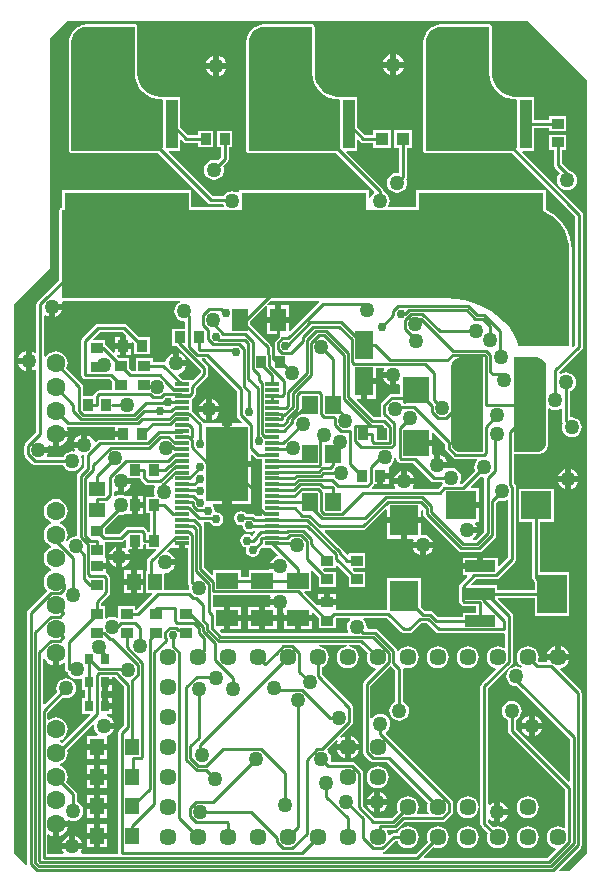
<source format=gtl>
G04 Layer_Physical_Order=1*
G04 Layer_Color=255*
%FSAX44Y44*%
%MOMM*%
G71*
G01*
G75*
%ADD10R,3.6100X6.3500*%
%ADD11R,1.2700X0.3048*%
%ADD12R,0.7000X0.9000*%
%ADD13R,1.3500X1.9000*%
%ADD14R,0.9000X1.0000*%
%ADD15R,2.4000X2.6000*%
%ADD16R,1.3500X1.5500*%
%ADD17R,1.0000X0.9000*%
%ADD18R,1.9000X1.3500*%
%ADD19R,1.4500X1.1500*%
%ADD20R,1.1500X1.4500*%
%ADD21R,2.6000X2.4000*%
%ADD22R,2.3000X2.3000*%
%ADD23R,1.5500X2.4000*%
%ADD24R,1.2192X1.4224*%
G04:AMPARAMS|DCode=25|XSize=2.7mm|YSize=8mm|CornerRadius=1.35mm|HoleSize=0mm|Usage=FLASHONLY|Rotation=0.000|XOffset=0mm|YOffset=0mm|HoleType=Round|Shape=RoundedRectangle|*
%AMROUNDEDRECTD25*
21,1,2.7000,5.3000,0,0,0.0*
21,1,0.0000,8.0000,0,0,0.0*
1,1,2.7000,0.0000,-2.6500*
1,1,2.7000,0.0000,-2.6500*
1,1,2.7000,0.0000,2.6500*
1,1,2.7000,0.0000,2.6500*
%
%ADD25ROUNDEDRECTD25*%
%ADD26R,1.1000X1.1000*%
%ADD27R,2.5000X3.3000*%
%ADD28R,2.5000X1.0000*%
%ADD29R,10.6000X8.8000*%
%ADD30R,1.0500X4.1500*%
%ADD31C,0.2540*%
%ADD32C,1.6002*%
%ADD33C,1.4478*%
%ADD34C,1.2700*%
%ADD35C,0.7620*%
%ADD36C,0.5080*%
G36*
X00995820Y00808865D02*
X00997023Y00808707D01*
X00997666Y00807810D01*
Y00762381D01*
X00990619Y00755334D01*
X00988396D01*
X00987965Y00756604D01*
X00989340Y00757660D01*
X00990765Y00759517D01*
X00991570Y00761460D01*
X00983000D01*
Y00766540D01*
X00991570D01*
X00990765Y00768483D01*
X00990277Y00769120D01*
X00990903Y00770390D01*
X00993560D01*
Y00782390D01*
X00978020D01*
Y00787470D01*
X00993560D01*
Y00799470D01*
X00986844D01*
X00986358Y00800643D01*
X00994943Y00809228D01*
X00995820Y00808865D01*
D02*
G37*
G36*
X00997000Y00830000D02*
X00977008D01*
X00975542Y00830193D01*
X00973718Y00830949D01*
X00972151Y00832151D01*
X00970949Y00833718D01*
X00970193Y00835542D01*
X00970000Y00837008D01*
Y00837500D01*
Y00902500D01*
Y00902992D01*
X00970193Y00904458D01*
X00970949Y00906282D01*
X00972151Y00907849D01*
X00973718Y00909051D01*
X00975542Y00909807D01*
X00977008Y00910000D01*
X00977500Y00910000D01*
Y00910000D01*
X00997000D01*
Y00830000D01*
D02*
G37*
G36*
X00761929Y00908552D02*
X00762182Y00908173D01*
X00788666Y00881689D01*
Y00861010D01*
X00788920Y00859734D01*
X00789642Y00858653D01*
X00792832Y00855463D01*
X00792346Y00854290D01*
X00784000D01*
Y00851750D01*
X00782540D01*
Y00822540D01*
X00800590D01*
Y00827036D01*
X00801763Y00827522D01*
X00804142Y00825143D01*
X00805224Y00824420D01*
X00806500Y00824166D01*
X00809877D01*
Y00813976D01*
Y00803976D01*
Y00793976D01*
Y00781564D01*
X00809337D01*
Y00775834D01*
X00804476D01*
X00803874Y00776436D01*
X00802793Y00777159D01*
X00801517Y00777412D01*
X00796705D01*
X00796187Y00778187D01*
X00794265Y00779471D01*
X00791998Y00779922D01*
X00789732Y00779471D01*
X00787810Y00778187D01*
X00786525Y00776265D01*
X00786075Y00773998D01*
X00786525Y00771731D01*
X00787810Y00769810D01*
X00789732Y00768526D01*
X00791998Y00768075D01*
X00793267Y00767032D01*
X00793525Y00765732D01*
X00794810Y00763810D01*
X00796731Y00762526D01*
X00798998Y00762075D01*
X00801265Y00762526D01*
X00802800Y00763551D01*
X00803479Y00763419D01*
X00803911Y00762218D01*
X00803891Y00762034D01*
X00803181Y00761324D01*
X00802458Y00760242D01*
X00802384Y00759868D01*
X00801657Y00759141D01*
X00801187Y00759187D01*
X00799265Y00760471D01*
X00796998Y00760922D01*
X00794732Y00760471D01*
X00792810Y00759187D01*
X00791525Y00757265D01*
X00791075Y00754998D01*
X00791525Y00752731D01*
X00792810Y00750810D01*
X00794732Y00749526D01*
X00796508Y00749172D01*
X00796076Y00747000D01*
X00796527Y00744733D01*
X00797811Y00742811D01*
X00799733Y00741527D01*
X00802000Y00741076D01*
X00804267Y00741527D01*
X00806189Y00742811D01*
X00807473Y00744733D01*
X00807924Y00747000D01*
X00807822Y00747509D01*
X00808794Y00748481D01*
X00809877Y00748976D01*
Y00748976D01*
X00809877Y00748976D01*
X00817036D01*
X00823141Y00742871D01*
X00822733Y00741668D01*
X00822679Y00741661D01*
X00820517Y00740765D01*
X00818660Y00739340D01*
X00817235Y00737483D01*
X00816430Y00735540D01*
X00825000D01*
Y00730460D01*
X00815953D01*
X00815520Y00729750D01*
X00798500D01*
Y00724334D01*
X00791500D01*
Y00729750D01*
X00768500D01*
Y00726068D01*
X00767327Y00725582D01*
X00760807Y00732102D01*
Y00767533D01*
X00760553Y00768809D01*
X00760215Y00769316D01*
X00760893Y00770586D01*
X00765625D01*
X00766811Y00768811D01*
X00768733Y00767527D01*
X00771000Y00767076D01*
X00773267Y00767527D01*
X00775189Y00768811D01*
X00776473Y00770733D01*
X00776924Y00773000D01*
X00776473Y00775267D01*
X00775189Y00777189D01*
X00773267Y00778473D01*
X00771000Y00778924D01*
X00770778Y00778880D01*
X00769880Y00779778D01*
X00769924Y00780000D01*
X00769473Y00782267D01*
X00768189Y00784189D01*
X00767813Y00784440D01*
X00768198Y00785710D01*
X00776000D01*
Y00788250D01*
X00777460D01*
Y00820000D01*
Y00851750D01*
X00776000D01*
Y00854290D01*
X00760148D01*
X00760080Y00854633D01*
X00759358Y00855715D01*
X00750214Y00864858D01*
X00750123Y00864919D01*
Y00875081D01*
X00750214Y00875142D01*
X00752750Y00877678D01*
X00753473Y00878760D01*
X00753727Y00880036D01*
Y00883655D01*
X00763357Y00893285D01*
X00764080Y00894367D01*
X00764334Y00895643D01*
Y00900987D01*
X00764080Y00902263D01*
X00763357Y00903345D01*
X00758750Y00907953D01*
X00759236Y00909126D01*
X00761355D01*
X00761929Y00908552D01*
D02*
G37*
G36*
X00899248Y00659937D02*
X00898699Y00658612D01*
X00898381Y00656200D01*
X00898699Y00653788D01*
X00899630Y00651541D01*
X00901111Y00649611D01*
X00903041Y00648130D01*
X00905288Y00647199D01*
X00905759Y00647137D01*
X00906167Y00645934D01*
X00895834Y00635601D01*
X00895111Y00634519D01*
X00894857Y00633243D01*
Y00576061D01*
X00895111Y00574785D01*
X00895834Y00573704D01*
X00901404Y00568133D01*
X00902485Y00567411D01*
X00903761Y00567157D01*
X00915828D01*
X00950048Y00532937D01*
X00949499Y00531612D01*
X00949181Y00529200D01*
X00949499Y00526788D01*
X00950430Y00524540D01*
X00950719Y00524164D01*
X00950157Y00523025D01*
X00941443D01*
X00940881Y00524164D01*
X00941170Y00524540D01*
X00942101Y00526788D01*
X00942419Y00529200D01*
X00942101Y00531612D01*
X00941170Y00533859D01*
X00939689Y00535789D01*
X00937759Y00537270D01*
X00935512Y00538201D01*
X00933100Y00538519D01*
X00930688Y00538201D01*
X00928441Y00537270D01*
X00926511Y00535789D01*
X00925030Y00533859D01*
X00924099Y00531612D01*
X00923781Y00529200D01*
X00924099Y00526788D01*
X00924648Y00525463D01*
X00919519Y00520334D01*
X00905381D01*
X00895143Y00530572D01*
Y00558539D01*
X00894889Y00559814D01*
X00894166Y00560896D01*
X00888596Y00566466D01*
X00887515Y00567189D01*
X00886239Y00567443D01*
X00869272D01*
X00868253Y00568713D01*
X00868422Y00570000D01*
X00868135Y00572180D01*
X00867294Y00574211D01*
X00865955Y00575955D01*
X00865221Y00576519D01*
X00865110Y00578205D01*
X00873213Y00586307D01*
X00874170Y00585468D01*
X00873758Y00584931D01*
X00872773Y00582553D01*
X00872771Y00582540D01*
X00879760D01*
Y00589529D01*
X00879747Y00589527D01*
X00877368Y00588542D01*
X00876832Y00588130D01*
X00875992Y00589087D01*
X00885977Y00599072D01*
X00886700Y00600154D01*
X00886954Y00601429D01*
Y00613571D01*
X00886700Y00614846D01*
X00885977Y00615928D01*
X00860234Y00641672D01*
Y00647581D01*
X00861559Y00648130D01*
X00863489Y00649611D01*
X00864970Y00651541D01*
X00865901Y00653788D01*
X00866219Y00656200D01*
X00865901Y00658612D01*
X00864970Y00660859D01*
X00863489Y00662789D01*
X00861559Y00664270D01*
X00859312Y00665201D01*
X00857831Y00665396D01*
X00857915Y00666666D01*
X00881285D01*
X00881368Y00665396D01*
X00879888Y00665201D01*
X00877641Y00664270D01*
X00875711Y00662789D01*
X00874230Y00660859D01*
X00873299Y00658612D01*
X00872981Y00656200D01*
X00873299Y00653788D01*
X00874230Y00651541D01*
X00875711Y00649611D01*
X00877641Y00648130D01*
X00879888Y00647199D01*
X00882300Y00646881D01*
X00884712Y00647199D01*
X00886959Y00648130D01*
X00888889Y00649611D01*
X00890370Y00651541D01*
X00891301Y00653788D01*
X00891619Y00656200D01*
X00891301Y00658612D01*
X00890370Y00660859D01*
X00888889Y00662789D01*
X00886959Y00664270D01*
X00884712Y00665201D01*
X00883232Y00665396D01*
X00883315Y00666666D01*
X00892519D01*
X00899248Y00659937D01*
D02*
G37*
G36*
X00740495Y00957961D02*
X00740747Y00956691D01*
X00739789Y00956294D01*
X00738045Y00954955D01*
X00736706Y00953211D01*
X00735865Y00951180D01*
X00735578Y00949000D01*
X00735865Y00946820D01*
X00736706Y00944789D01*
X00738045Y00943045D01*
X00739789Y00941706D01*
X00741820Y00940865D01*
X00744000Y00940578D01*
X00744666Y00939994D01*
Y00934000D01*
X00733500D01*
Y00920000D01*
X00737324D01*
X00737428Y00919844D01*
X00757666Y00899606D01*
Y00897024D01*
X00751214Y00890572D01*
X00750123Y00891024D01*
Y00891024D01*
X00742964D01*
X00738859Y00895129D01*
X00739267Y00896332D01*
X00739321Y00896339D01*
X00741483Y00897235D01*
X00743340Y00898660D01*
X00744765Y00900517D01*
X00745570Y00902460D01*
X00737000D01*
Y00905000D01*
X00734460D01*
Y00913570D01*
X00732517Y00912765D01*
X00730660Y00911340D01*
X00729235Y00909483D01*
X00728339Y00907321D01*
X00728296Y00906992D01*
X00726911Y00906207D01*
X00726273Y00906334D01*
X00717000D01*
Y00909500D01*
X00703000D01*
Y00898334D01*
X00699381D01*
X00697000Y00900715D01*
Y00909500D01*
X00688215D01*
X00686428Y00911287D01*
X00686914Y00912460D01*
X00689460D01*
Y00917460D01*
X00684960D01*
Y00914414D01*
X00683787Y00913928D01*
X00677357Y00920358D01*
X00677000Y00920596D01*
Y00924500D01*
X00666874D01*
X00666388Y00925673D01*
X00672381Y00931666D01*
X00691619D01*
X00694572Y00928714D01*
X00694540Y00928637D01*
Y00922540D01*
X00699040D01*
Y00922586D01*
X00700213Y00923072D01*
X00701500Y00921785D01*
Y00913000D01*
X00714500D01*
Y00927000D01*
X00705715D01*
X00695358Y00937357D01*
X00694276Y00938080D01*
X00693000Y00938334D01*
X00671000D01*
X00669724Y00938080D01*
X00668643Y00937357D01*
X00657643Y00926357D01*
X00656920Y00925276D01*
X00656666Y00924000D01*
Y00895000D01*
X00656920Y00893724D01*
X00657643Y00892643D01*
X00658724Y00891920D01*
X00660000Y00891666D01*
X00680619D01*
X00683000Y00889285D01*
Y00882040D01*
X00671706D01*
X00670430Y00881786D01*
X00669349Y00881064D01*
X00667643Y00879358D01*
X00666920Y00878276D01*
X00666666Y00877000D01*
X00658334D01*
Y00885066D01*
X00658080Y00886342D01*
X00657358Y00887423D01*
X00644035Y00900746D01*
X00644744Y00902455D01*
X00645087Y00905066D01*
X00644744Y00907677D01*
X00643736Y00910110D01*
X00642133Y00912199D01*
X00640044Y00913802D01*
X00637611Y00914810D01*
X00635000Y00915153D01*
X00632389Y00914810D01*
X00629956Y00913802D01*
X00627867Y00912199D01*
X00626604Y00910553D01*
X00625334Y00910984D01*
Y00945309D01*
X00626604Y00945935D01*
X00627517Y00945235D01*
X00629460Y00944430D01*
Y00953000D01*
X00632000D01*
Y00955540D01*
X00640570D01*
X00640094Y00956691D01*
X00640942Y00957961D01*
X00740495Y00957961D01*
D02*
G37*
G36*
X00857851Y00957960D02*
X00858377Y00956690D01*
X00847938Y00946252D01*
X00847881Y00946240D01*
X00846800Y00945518D01*
X00833463Y00932181D01*
X00832290Y00932667D01*
Y00939460D01*
X00823000D01*
X00813710D01*
Y00929960D01*
X00824118D01*
X00824503Y00928690D01*
X00824122Y00928436D01*
X00820561Y00924874D01*
X00819838Y00923792D01*
X00819584Y00922517D01*
Y00917480D01*
X00819838Y00916204D01*
X00820561Y00915122D01*
X00820970Y00914713D01*
X00820484Y00913540D01*
X00818656D01*
X00818196Y00914229D01*
X00817774Y00914651D01*
Y00918560D01*
X00817520Y00919836D01*
X00816798Y00920918D01*
X00799750Y00937965D01*
Y00941035D01*
X00812440Y00953725D01*
X00813710Y00953199D01*
Y00944540D01*
X00820460D01*
Y00954040D01*
X00814551D01*
X00814025Y00955310D01*
X00816675Y00957960D01*
X00857851Y00957960D01*
D02*
G37*
G36*
X01047612Y01034104D02*
X01054815Y01030026D01*
X01059244Y01026243D01*
X01063026Y01021815D01*
X01066069Y01016849D01*
X01068298Y01011469D01*
X01069657Y01005806D01*
X01070000Y01001454D01*
Y01000000D01*
X01070000D01*
X01070000Y00920000D01*
X01026782D01*
X01026414Y00921413D01*
X01025010Y00925565D01*
X01022553Y00930547D01*
X01019467Y00935166D01*
X01016192Y00938865D01*
X01015000Y00940000D01*
X01012373Y00942502D01*
X01003633Y00948984D01*
X00996507Y00952923D01*
X00988984Y00956039D01*
X00981160Y00958293D01*
X00973132Y00959657D01*
X00967034Y00959999D01*
X00965000Y00959999D01*
X00640000Y00960000D01*
Y01034270D01*
Y01034415D01*
X00640171Y01034828D01*
X00640584Y01035000D01*
X01045000D01*
X01047612Y01034104D01*
D02*
G37*
G36*
X00744313Y00748436D02*
X00747059D01*
Y00719604D01*
X00747313Y00718328D01*
X00747947Y00717379D01*
X00747863Y00717178D01*
X00747576Y00714999D01*
X00747670Y00714289D01*
X00746833Y00713334D01*
X00726750D01*
Y00726951D01*
X00727460Y00727573D01*
X00729781Y00727879D01*
X00731943Y00728775D01*
X00733800Y00730200D01*
X00735225Y00732057D01*
X00736030Y00734000D01*
X00727460D01*
Y00739080D01*
X00736030D01*
X00735225Y00741023D01*
X00733800Y00742880D01*
X00731943Y00744305D01*
X00729781Y00745201D01*
X00729723Y00745209D01*
X00729315Y00746411D01*
X00731792Y00748888D01*
X00732883Y00748436D01*
Y00748436D01*
X00739233D01*
Y00752500D01*
X00744313D01*
Y00748436D01*
D02*
G37*
G36*
X00923150Y00823784D02*
X00923873Y00822702D01*
X00925202Y00821372D01*
X00926284Y00820650D01*
X00927560Y00820396D01*
X00937889D01*
X00952644Y00805641D01*
X00953726Y00804918D01*
X00955002Y00804664D01*
X00962341D01*
X00962704Y00803787D01*
X00962924Y00803501D01*
X00962444Y00802040D01*
X00961722Y00801557D01*
X00959039Y00798874D01*
X00937941D01*
X00937379Y00800013D01*
X00937765Y00800517D01*
X00938570Y00802460D01*
X00921430D01*
X00922235Y00800517D01*
X00922621Y00800013D01*
X00922059Y00798874D01*
X00903249D01*
X00902762Y00800047D01*
X00904358Y00801643D01*
X00904904Y00802460D01*
X00907460D01*
Y00810000D01*
X00910000D01*
Y00812540D01*
X00917040D01*
Y00817540D01*
X00917880Y00818462D01*
X00919382Y00819615D01*
X00920720Y00821359D01*
X00921562Y00823390D01*
X00921710Y00824514D01*
X00922996Y00824556D01*
X00923150Y00823784D01*
D02*
G37*
G36*
X01044458Y00909807D02*
X01046282Y00909051D01*
X01047849Y00907849D01*
X01049051Y00906282D01*
X01049807Y00904458D01*
X01050000Y00902992D01*
Y00902500D01*
Y00837500D01*
Y00837008D01*
X01049807Y00835542D01*
X01049051Y00833718D01*
X01047849Y00832151D01*
X01046282Y00830949D01*
X01044458Y00830193D01*
X01042992Y00830000D01*
X01023000D01*
Y00910000D01*
X01042992D01*
X01044458Y00909807D01*
D02*
G37*
G36*
X00684632Y00639653D02*
X00685021Y00639071D01*
X00693126Y00630966D01*
Y00598605D01*
X00688643Y00594121D01*
X00687920Y00593040D01*
X00687666Y00591764D01*
Y00490751D01*
X00686881Y00489794D01*
X00656879D01*
X00656318Y00490933D01*
X00656765Y00491517D01*
X00657570Y00493460D01*
X00640430D01*
X00641235Y00491517D01*
X00641682Y00490933D01*
X00641121Y00489794D01*
X00628063D01*
Y00505601D01*
X00629202Y00506162D01*
X00629684Y00505793D01*
X00632248Y00504731D01*
X00632460Y00504703D01*
Y00515000D01*
X00635000D01*
Y00517540D01*
X00645302D01*
X00645771Y00518088D01*
X00646345Y00518474D01*
X00647819Y00517864D01*
X00649999Y00517577D01*
X00652178Y00517864D01*
X00654210Y00518705D01*
X00655954Y00520044D01*
X00657292Y00521788D01*
X00658134Y00523819D01*
X00658421Y00525999D01*
X00658134Y00528179D01*
X00657292Y00530210D01*
X00655954Y00531954D01*
X00654210Y00533293D01*
X00653333Y00533656D01*
Y00540001D01*
X00653079Y00541277D01*
X00652356Y00542359D01*
X00644035Y00550680D01*
X00644744Y00552389D01*
X00645087Y00555000D01*
X00644744Y00557611D01*
X00643736Y00560044D01*
X00642133Y00562133D01*
X00640044Y00563736D01*
X00638571Y00564346D01*
Y00565720D01*
X00640044Y00566330D01*
X00642133Y00567933D01*
X00643736Y00570023D01*
X00644744Y00572455D01*
X00645087Y00575066D01*
X00644744Y00577677D01*
X00644641Y00577926D01*
X00665910Y00599194D01*
X00667113Y00598601D01*
X00667033Y00598000D01*
X00667339Y00595679D01*
X00668235Y00593517D01*
X00669660Y00591660D01*
X00670621Y00590922D01*
X00670190Y00589652D01*
X00661124D01*
Y00582540D01*
X00669760D01*
X00678396D01*
Y00589370D01*
X00680483Y00590235D01*
X00682340Y00591660D01*
X00683765Y00593517D01*
X00684570Y00595460D01*
X00676000D01*
Y00600540D01*
X00684570D01*
X00683765Y00602483D01*
X00682340Y00604340D01*
X00680483Y00605765D01*
X00678321Y00606661D01*
X00678101Y00606690D01*
X00678185Y00607960D01*
X00683040D01*
Y00612460D01*
X00677000D01*
Y00615000D01*
X00674460D01*
Y00622040D01*
X00673334D01*
Y00627960D01*
X00674460D01*
Y00635000D01*
X00677000D01*
Y00637540D01*
X00683040D01*
Y00639666D01*
X00684619D01*
X00684632Y00639653D01*
D02*
G37*
G36*
X00964396Y00837079D02*
Y00833362D01*
X00964650Y00832086D01*
X00965372Y00831004D01*
X00971004Y00825372D01*
X00972086Y00824650D01*
X00973362Y00824396D01*
X00991836D01*
X00992267Y00823126D01*
X00992045Y00822955D01*
X00990706Y00821211D01*
X00989865Y00819180D01*
X00989578Y00817000D01*
X00989865Y00814820D01*
X00990228Y00813943D01*
X00978934Y00802649D01*
X00977943Y00802745D01*
X00977802Y00802970D01*
X00977341Y00803906D01*
X00978133Y00805819D01*
X00978420Y00807998D01*
X00978133Y00810178D01*
X00977292Y00812209D01*
X00975953Y00813954D01*
X00974209Y00815292D01*
X00972178Y00816133D01*
X00969998Y00816420D01*
X00967818Y00816133D01*
X00967664Y00816070D01*
X00967284Y00816460D01*
X00958000D01*
Y00819000D01*
X00955460D01*
Y00827570D01*
X00955096Y00827420D01*
X00954040Y00828125D01*
Y00834960D01*
X00940000D01*
Y00840040D01*
X00954040D01*
Y00845776D01*
X00955213Y00846262D01*
X00964396Y00837079D01*
D02*
G37*
G36*
X00913283Y00899547D02*
X00913235Y00899483D01*
X00912430Y00897540D01*
X00921000D01*
Y00895000D01*
X00923540D01*
Y00886430D01*
X00925230Y00887130D01*
X00926500Y00886592D01*
Y00878872D01*
X00919348D01*
X00918072Y00878618D01*
X00916990Y00877896D01*
X00911021Y00871926D01*
X00910298Y00870845D01*
X00910044Y00869569D01*
Y00862428D01*
X00910298Y00861152D01*
X00910791Y00860414D01*
X00910295Y00859144D01*
X00904571D01*
X00889678Y00874037D01*
X00890164Y00875210D01*
X00893460D01*
Y00889750D01*
X00896000D01*
Y00892290D01*
X00906290D01*
Y00900686D01*
X00912722D01*
X00913283Y00899547D01*
D02*
G37*
G36*
X01018286Y00789122D02*
Y00740791D01*
X01010713Y00733218D01*
X01009540Y00733704D01*
Y00740540D01*
X00997040D01*
Y00733000D01*
X00994500D01*
Y00730460D01*
X00979460D01*
Y00725460D01*
X00982875D01*
X00983361Y00724286D01*
X00977372Y00718298D01*
X00976650Y00717216D01*
X00976396Y00715940D01*
Y00704060D01*
X00976650Y00702784D01*
X00977372Y00701702D01*
X00978702Y00700373D01*
X00979784Y00699650D01*
X00981060Y00699396D01*
X00991166D01*
Y00694000D01*
X00980000D01*
Y00690334D01*
X00958578D01*
X00954394Y00694518D01*
X00953313Y00695240D01*
X00952037Y00695494D01*
X00947131D01*
X00943930Y00698695D01*
Y00722980D01*
X00915930D01*
Y00696334D01*
X00872540D01*
Y00700460D01*
X00865000D01*
X00856363D01*
X00856287Y00700428D01*
X00845638Y00711077D01*
X00846124Y00712250D01*
X00851500D01*
Y00728989D01*
X00852770Y00729515D01*
X00858000Y00724285D01*
Y00715500D01*
X00872000D01*
Y00728500D01*
X00863215D01*
X00861388Y00730327D01*
X00861874Y00731500D01*
X00872000D01*
Y00733626D01*
X00873173Y00734112D01*
X00883000Y00724285D01*
Y00715500D01*
X00897000D01*
Y00728500D01*
X00888215D01*
X00886388Y00730327D01*
X00886874Y00731500D01*
X00897000D01*
Y00744500D01*
X00883000D01*
Y00743374D01*
X00881827Y00742888D01*
X00878979Y00745736D01*
X00878890Y00746182D01*
X00878168Y00747264D01*
X00862939Y00762493D01*
X00863425Y00763666D01*
X00895000D01*
X00896276Y00763920D01*
X00897357Y00764642D01*
X00914217Y00781502D01*
X00915390Y00781016D01*
Y00774520D01*
X00929930D01*
Y00771980D01*
D01*
Y00774520D01*
X00944470D01*
Y00780112D01*
X00945740Y00780752D01*
X00946126Y00780467D01*
Y00777534D01*
X00946380Y00776258D01*
X00947103Y00775176D01*
X00976176Y00746103D01*
X00977258Y00745380D01*
X00978534Y00745126D01*
X00993466D01*
X00994742Y00745380D01*
X00995824Y00746103D01*
X01006898Y00757176D01*
X01007620Y00758258D01*
X01007874Y00759534D01*
Y00787159D01*
X01009943Y00789228D01*
X01010820Y00788865D01*
X01013000Y00788578D01*
X01015180Y00788865D01*
X01017016Y00789625D01*
X01018286Y00789122D01*
D02*
G37*
G36*
X00645700Y00850966D02*
X00684960D01*
Y00847540D01*
X00692000D01*
Y00842460D01*
X00684960D01*
Y00840494D01*
X00672154D01*
X00670878Y00840240D01*
X00669796Y00839518D01*
X00668736Y00838457D01*
X00667369Y00838887D01*
X00666667Y00840582D01*
X00665242Y00842439D01*
X00663385Y00843864D01*
X00661442Y00844669D01*
Y00836098D01*
X00658902D01*
Y00833558D01*
X00650331D01*
X00651136Y00831615D01*
X00651301Y00831400D01*
X00650614Y00830210D01*
X00649000Y00830422D01*
X00646820Y00830135D01*
X00644789Y00829294D01*
X00643045Y00827955D01*
X00641706Y00826211D01*
X00641343Y00825334D01*
X00628302D01*
X00627740Y00826473D01*
X00628080Y00826917D01*
X00628885Y00828860D01*
X00620315D01*
Y00833940D01*
X00628885D01*
X00628360Y00835207D01*
X00629403Y00836008D01*
X00629684Y00835792D01*
X00632248Y00834730D01*
X00632460Y00834703D01*
Y00845000D01*
X00635000D01*
Y00847540D01*
X00645298D01*
X00645270Y00847752D01*
X00644365Y00849937D01*
X00644957Y00850866D01*
X00645223Y00851061D01*
X00645700Y00850966D01*
D02*
G37*
G36*
X00706666Y00808000D02*
X00706920Y00806724D01*
X00707643Y00805642D01*
X00710642Y00802643D01*
X00711724Y00801920D01*
X00713000Y00801666D01*
X00718502D01*
X00719045Y00800396D01*
X00718312Y00798627D01*
X00718025Y00796447D01*
X00718312Y00794268D01*
X00718725Y00793270D01*
X00717877Y00792000D01*
X00711500D01*
Y00778000D01*
X00714666D01*
Y00762000D01*
X00713135D01*
X00713080Y00762276D01*
X00712357Y00763357D01*
X00710358Y00765358D01*
X00709276Y00766080D01*
X00708000Y00766334D01*
X00696000D01*
X00694724Y00766080D01*
X00693643Y00765358D01*
X00688849Y00760564D01*
X00677151D01*
X00677000Y00760715D01*
Y00765285D01*
X00688490Y00776775D01*
X00689999Y00776576D01*
X00692178Y00776863D01*
X00693690Y00777489D01*
X00694960Y00777460D01*
X00694960Y00777460D01*
X00694960Y00777460D01*
X00699460D01*
Y00785000D01*
Y00792540D01*
X00694960D01*
X00694960Y00792540D01*
X00693690Y00792507D01*
X00692178Y00793133D01*
X00689999Y00793420D01*
X00687819Y00793133D01*
X00685817Y00792305D01*
X00685696Y00792353D01*
X00684668Y00793033D01*
X00684742Y00793408D01*
Y00796347D01*
X00686012Y00797027D01*
X00687459Y00796428D01*
Y00804998D01*
X00689999D01*
Y00807538D01*
X00699300D01*
X00699622Y00808000D01*
X00706666D01*
Y00808000D01*
D02*
G37*
G36*
X00852184Y01151252D02*
Y01150131D01*
X00852514Y01146779D01*
X00853819Y01142478D01*
X00855937Y01138514D01*
X00858788Y01135040D01*
X00862263Y01132189D01*
X00866226Y01130070D01*
X00872753Y01128436D01*
X00875000D01*
Y01085000D01*
X00798303D01*
Y01176232D01*
Y01177134D01*
X00798657Y01179826D01*
X00800045Y01183175D01*
X00802252Y01186051D01*
X00805128Y01188258D01*
X00808477Y01189646D01*
X00811169Y01190000D01*
X00852184D01*
Y01151252D01*
D02*
G37*
G36*
X00702184D02*
Y01150131D01*
X00702514Y01146779D01*
X00703819Y01142478D01*
X00705937Y01138514D01*
X00708788Y01135040D01*
X00712263Y01132189D01*
X00716226Y01130070D01*
X00722753Y01128436D01*
X00725000D01*
Y01085000D01*
X00648303D01*
Y01176232D01*
Y01177134D01*
X00648657Y01179826D01*
X00650045Y01183175D01*
X00652252Y01186051D01*
X00655128Y01188258D01*
X00658477Y01189646D01*
X00661169Y01190000D01*
X00702184D01*
Y01151252D01*
D02*
G37*
G36*
X01085000Y01145000D02*
X01085000Y00490000D01*
X01070000Y00475000D01*
X01061387D01*
X01060901Y00476173D01*
X01079437Y00494710D01*
X01080160Y00495792D01*
X01080414Y00497067D01*
Y00625772D01*
X01080160Y00627048D01*
X01079437Y00628130D01*
X01062114Y00645453D01*
X01062523Y00646655D01*
X01062653Y00646673D01*
X01065032Y00647658D01*
X01067074Y00649225D01*
X01068642Y00651268D01*
X01069627Y00653647D01*
X01069629Y00653660D01*
X01060100D01*
X01050571D01*
X01050573Y00653647D01*
X01050836Y00653010D01*
X01050131Y00651954D01*
X01044303D01*
X01043428Y00653127D01*
X01043701Y00653788D01*
X01044019Y00656200D01*
X01043701Y00658612D01*
X01042770Y00660859D01*
X01041289Y00662789D01*
X01039359Y00664270D01*
X01037112Y00665201D01*
X01034700Y00665519D01*
X01032288Y00665201D01*
X01030041Y00664270D01*
X01028111Y00662789D01*
X01026630Y00660859D01*
X01025699Y00658612D01*
X01025381Y00656200D01*
X01025699Y00653788D01*
X01026630Y00651541D01*
X01028111Y00649611D01*
X01029488Y00648554D01*
X01028847Y00647444D01*
X01027180Y00648135D01*
X01025000Y00648422D01*
X01022820Y00648135D01*
X01020789Y00647294D01*
X01019045Y00645955D01*
X01017706Y00644211D01*
X01016865Y00642180D01*
X01016578Y00640000D01*
X01016865Y00637820D01*
X01017706Y00635789D01*
X01019045Y00634045D01*
X01020789Y00632706D01*
X01022820Y00631865D01*
X01025000Y00631578D01*
X01025793Y00631682D01*
X01070206Y00587270D01*
Y00551169D01*
X01069033Y00550682D01*
X01024334Y00595381D01*
Y00603343D01*
X01025211Y00603706D01*
X01026955Y00605045D01*
X01028294Y00606789D01*
X01029135Y00608820D01*
X01029422Y00611000D01*
X01029135Y00613180D01*
X01028294Y00615211D01*
X01026955Y00616955D01*
X01025211Y00618294D01*
X01023180Y00619135D01*
X01021000Y00619422D01*
X01018820Y00619135D01*
X01016789Y00618294D01*
X01015045Y00616955D01*
X01013706Y00615211D01*
X01012865Y00613180D01*
X01012578Y00611000D01*
X01012865Y00608820D01*
X01013706Y00606789D01*
X01015045Y00605045D01*
X01016789Y00603706D01*
X01017666Y00603343D01*
Y00594000D01*
X01017920Y00592724D01*
X01018643Y00591642D01*
X01066275Y00544010D01*
Y00512143D01*
X01065136Y00511581D01*
X01064759Y00511870D01*
X01062512Y00512801D01*
X01060100Y00513119D01*
X01057688Y00512801D01*
X01055441Y00511870D01*
X01053511Y00510389D01*
X01052030Y00508459D01*
X01051099Y00506212D01*
X01050781Y00503800D01*
X01051099Y00501388D01*
X01052030Y00499141D01*
X01053511Y00497211D01*
X01055441Y00495730D01*
X01057688Y00494799D01*
X01058159Y00494737D01*
X01058567Y00493534D01*
X01051287Y00486254D01*
X00947329D01*
X00946843Y00487427D01*
X00954763Y00495348D01*
X00956088Y00494799D01*
X00958500Y00494481D01*
X00960912Y00494799D01*
X00963159Y00495730D01*
X00965089Y00497211D01*
X00966570Y00499141D01*
X00967501Y00501388D01*
X00967819Y00503800D01*
X00967501Y00506212D01*
X00966570Y00508459D01*
X00965089Y00510389D01*
X00963159Y00511870D01*
X00960912Y00512801D01*
X00958500Y00513119D01*
X00956088Y00512801D01*
X00953841Y00511870D01*
X00951911Y00510389D01*
X00950430Y00508459D01*
X00949499Y00506212D01*
X00949181Y00503800D01*
X00949499Y00501388D01*
X00950048Y00500063D01*
X00939779Y00489794D01*
X00912303D01*
X00912178Y00491064D01*
X00912915Y00491211D01*
X00913996Y00491933D01*
X00922529Y00500466D01*
X00924481D01*
X00925030Y00499141D01*
X00926511Y00497211D01*
X00928441Y00495730D01*
X00930688Y00494799D01*
X00933100Y00494481D01*
X00935512Y00494799D01*
X00937759Y00495730D01*
X00939689Y00497211D01*
X00941170Y00499141D01*
X00942101Y00501388D01*
X00942419Y00503800D01*
X00942101Y00506212D01*
X00941170Y00508459D01*
X00939689Y00510389D01*
X00937759Y00511870D01*
X00935512Y00512801D01*
X00933100Y00513119D01*
X00930688Y00512801D01*
X00928441Y00511870D01*
X00926511Y00510389D01*
X00925030Y00508459D01*
X00924481Y00507134D01*
X00921148D01*
X00919872Y00506880D01*
X00918790Y00506157D01*
X00917966Y00505333D01*
X00916763Y00505741D01*
X00916701Y00506212D01*
X00915770Y00508459D01*
X00915365Y00508987D01*
X00915927Y00510126D01*
X00922366D01*
X00923642Y00510380D01*
X00924724Y00511102D01*
X00929978Y00516357D01*
X00962439D01*
X00963715Y00516611D01*
X00964796Y00517333D01*
X00970367Y00522904D01*
X00971089Y00523985D01*
X00971343Y00525261D01*
Y00533139D01*
X00971089Y00534414D01*
X00970367Y00535496D01*
X00914338Y00591525D01*
X00914630Y00593028D01*
X00915954Y00594044D01*
X00917292Y00595788D01*
X00918133Y00597819D01*
X00918420Y00599999D01*
X00918133Y00602179D01*
X00917292Y00604210D01*
X00915954Y00605954D01*
X00914209Y00607293D01*
X00912178Y00608134D01*
X00909998Y00608421D01*
X00907818Y00608134D01*
X00905787Y00607293D01*
X00904043Y00605954D01*
X00902795Y00604328D01*
X00902398Y00604332D01*
X00901525Y00604681D01*
Y00631862D01*
X00918554Y00648891D01*
X00922666Y00644779D01*
Y00618657D01*
X00921789Y00618294D01*
X00920045Y00616955D01*
X00918706Y00615211D01*
X00917865Y00613180D01*
X00917578Y00611000D01*
X00917865Y00608820D01*
X00918706Y00606789D01*
X00920045Y00605045D01*
X00921789Y00603706D01*
X00923820Y00602865D01*
X00926000Y00602578D01*
X00928180Y00602865D01*
X00930211Y00603706D01*
X00931955Y00605045D01*
X00933294Y00606789D01*
X00934135Y00608820D01*
X00934422Y00611000D01*
X00934135Y00613180D01*
X00933294Y00615211D01*
X00931955Y00616955D01*
X00930211Y00618294D01*
X00929334Y00618657D01*
Y00646160D01*
X00929285Y00646405D01*
X00930398Y00647319D01*
X00930688Y00647199D01*
X00933100Y00646881D01*
X00935512Y00647199D01*
X00937759Y00648130D01*
X00939689Y00649611D01*
X00941170Y00651541D01*
X00942101Y00653788D01*
X00942419Y00656200D01*
X00942101Y00658612D01*
X00941170Y00660859D01*
X00939689Y00662789D01*
X00937759Y00664270D01*
X00935512Y00665201D01*
X00933100Y00665519D01*
X00930688Y00665201D01*
X00928441Y00664270D01*
X00926511Y00662789D01*
X00925353Y00661281D01*
X00924305Y00661548D01*
X00924066Y00661690D01*
X00923829Y00662881D01*
X00923107Y00663962D01*
X00907631Y00679437D01*
X00906550Y00680160D01*
X00905274Y00680414D01*
X00899155D01*
X00898318Y00681369D01*
X00898422Y00682160D01*
X00898135Y00684340D01*
X00897294Y00686371D01*
X00895955Y00688115D01*
X00895590Y00688396D01*
X00896021Y00689666D01*
X00915319D01*
X00927612Y00677372D01*
X00928694Y00676650D01*
X00929970Y00676396D01*
X00934539D01*
X00935815Y00676650D01*
X00936897Y00677372D01*
X00944810Y00685286D01*
X00949190D01*
X00957103Y00677372D01*
X00958185Y00676650D01*
X00959461Y00676396D01*
X01014730D01*
X01015475Y00675784D01*
Y00664543D01*
X01014336Y00663981D01*
X01013959Y00664270D01*
X01011712Y00665201D01*
X01009300Y00665519D01*
X01006888Y00665201D01*
X01004641Y00664270D01*
X01002711Y00662789D01*
X01001230Y00660859D01*
X01000299Y00658612D01*
X00999981Y00656200D01*
X01000299Y00653788D01*
X01001230Y00651541D01*
X01002711Y00649611D01*
X01004641Y00648130D01*
X01006888Y00647199D01*
X01007359Y00647137D01*
X01007767Y00645934D01*
X00995642Y00633810D01*
X00994920Y00632728D01*
X00994666Y00631452D01*
Y00515100D01*
X00994920Y00513824D01*
X00995642Y00512742D01*
X01000848Y00507537D01*
X01000299Y00506212D01*
X00999981Y00503800D01*
X01000299Y00501388D01*
X01001230Y00499141D01*
X01002711Y00497211D01*
X01004641Y00495730D01*
X01006888Y00494799D01*
X01009300Y00494481D01*
X01011712Y00494799D01*
X01013959Y00495730D01*
X01015889Y00497211D01*
X01017370Y00499141D01*
X01018301Y00501388D01*
X01018619Y00503800D01*
X01018301Y00506212D01*
X01017370Y00508459D01*
X01015889Y00510389D01*
X01013959Y00511870D01*
X01011712Y00512801D01*
X01009300Y00513119D01*
X01006888Y00512801D01*
X01005563Y00512252D01*
X01001334Y00516481D01*
Y00518411D01*
X01002537Y00518820D01*
X01002660Y00518660D01*
X01004517Y00517235D01*
X01006460Y00516430D01*
Y00525000D01*
Y00533570D01*
X01004517Y00532765D01*
X01002660Y00531340D01*
X01002537Y00531180D01*
X01001334Y00531589D01*
Y00630071D01*
X01021167Y00649904D01*
X01021889Y00650985D01*
X01022143Y00652261D01*
Y00691191D01*
X01021889Y00692467D01*
X01021167Y00693549D01*
X01009319Y00705396D01*
X01009770Y00706666D01*
X01041000D01*
Y00691500D01*
X01070000D01*
Y00728500D01*
X01045354D01*
Y00770930D01*
X01057020D01*
Y00798930D01*
X01027020D01*
Y00770930D01*
X01038686D01*
Y00723480D01*
X01038940Y00722204D01*
X01039662Y00721123D01*
X01041000Y00719785D01*
Y00713334D01*
X01009000D01*
Y00717000D01*
X00987164D01*
X00986678Y00718173D01*
X00990900Y00722396D01*
X01007940D01*
X01009216Y00722650D01*
X01010298Y00723372D01*
X01023978Y00737052D01*
X01024700Y00738134D01*
X01024954Y00739410D01*
Y00800571D01*
X01024700Y00801846D01*
X01023978Y00802928D01*
X01023334Y00803571D01*
Y00827961D01*
X01036136D01*
X01036500Y00827925D01*
X01036864Y00827961D01*
X01042992D01*
X01043123Y00827987D01*
X01043258Y00827978D01*
X01044724Y00828171D01*
X01044977Y00828257D01*
X01045238Y00828309D01*
X01047063Y00829065D01*
X01047285Y00829213D01*
X01047524Y00829331D01*
X01049090Y00830533D01*
X01049266Y00830734D01*
X01049467Y00830910D01*
X01050669Y00832476D01*
X01050787Y00832715D01*
X01050935Y00832937D01*
X01051691Y00834762D01*
X01051743Y00835023D01*
X01051829Y00835276D01*
X01052022Y00836742D01*
X01052013Y00836877D01*
X01052039Y00837008D01*
Y00843136D01*
X01052075Y00843500D01*
Y00866582D01*
X01053214Y00867144D01*
X01053787Y00866704D01*
X01055818Y00865863D01*
X01057998Y00865576D01*
X01060178Y00865863D01*
X01062209Y00866704D01*
X01062527Y00866949D01*
X01063666Y00866387D01*
Y00856000D01*
X01063920Y00854724D01*
X01064281Y00854184D01*
X01063865Y00853180D01*
X01063578Y00851000D01*
X01063865Y00848820D01*
X01064706Y00846789D01*
X01066045Y00845045D01*
X01067789Y00843706D01*
X01069820Y00842865D01*
X01072000Y00842578D01*
X01074180Y00842865D01*
X01076211Y00843706D01*
X01077955Y00845045D01*
X01079294Y00846789D01*
X01080135Y00848820D01*
X01080422Y00851000D01*
X01080135Y00853180D01*
X01079294Y00855211D01*
X01077955Y00856955D01*
X01076211Y00858294D01*
X01074180Y00859135D01*
X01072000Y00859422D01*
X01071289Y00859328D01*
X01070334Y00860166D01*
Y00881343D01*
X01071211Y00881706D01*
X01072955Y00883045D01*
X01074294Y00884789D01*
X01075135Y00886820D01*
X01075422Y00889000D01*
X01075135Y00891180D01*
X01074294Y00893211D01*
X01072955Y00894955D01*
X01071211Y00896294D01*
X01069180Y00897135D01*
X01067000Y00897422D01*
X01064820Y00897135D01*
X01062797Y00896297D01*
X01062768Y00896303D01*
X01061584Y00896860D01*
X01061492Y00897777D01*
X01080358Y00916643D01*
X01081080Y00917724D01*
X01081334Y00919000D01*
Y01031000D01*
X01081080Y01032276D01*
X01080358Y01033357D01*
X01030138Y01083577D01*
X01030624Y01084750D01*
X01040350D01*
Y01104666D01*
X01053000D01*
Y01101500D01*
X01067000D01*
Y01114500D01*
X01053000D01*
Y01111334D01*
X01040350D01*
Y01130250D01*
X01025885D01*
X01025780Y01130320D01*
X01025000Y01130475D01*
X01023004D01*
X01016966Y01131987D01*
X01013401Y01133893D01*
X01010237Y01136489D01*
X01007641Y01139653D01*
X01005712Y01143262D01*
X01004524Y01147179D01*
X01004223Y01150231D01*
Y01190000D01*
X01004068Y01190780D01*
X01003626Y01191442D01*
X01002964Y01191884D01*
X01002184Y01192039D01*
X00961169D01*
X00961037Y01192013D01*
X00960902Y01192022D01*
X00958211Y01191667D01*
X00957958Y01191582D01*
X00957697Y01191530D01*
X00954347Y01190142D01*
X00954125Y01189994D01*
X00953886Y01189876D01*
X00951010Y01187669D01*
X00950834Y01187469D01*
X00950634Y01187293D01*
X00948427Y01184417D01*
X00948309Y01184177D01*
X00948161Y01183956D01*
X00946773Y01180606D01*
X00946721Y01180345D01*
X00946636Y01180092D01*
X00946281Y01177400D01*
X00946290Y01177266D01*
X00946264Y01177134D01*
Y01176232D01*
Y01085000D01*
X00946419Y01084220D01*
X00946861Y01083558D01*
X00947523Y01083116D01*
X00948303Y01082961D01*
X01021324D01*
X01074666Y01029619D01*
Y00920381D01*
X01072975Y00918690D01*
X01072508Y00918917D01*
X01071927Y00919439D01*
X01072039Y00920000D01*
X01072039Y01000000D01*
X01072039Y01000000D01*
Y01001454D01*
X01072023Y01001533D01*
X01072033Y01001614D01*
X01071690Y01005966D01*
X01071646Y01006121D01*
X01071640Y01006282D01*
X01070281Y01011945D01*
X01070213Y01012091D01*
X01070182Y01012249D01*
X01067953Y01017630D01*
X01067864Y01017764D01*
X01067808Y01017915D01*
X01064765Y01022880D01*
X01064656Y01022999D01*
X01064577Y01023139D01*
X01060795Y01027568D01*
X01060668Y01027667D01*
X01060568Y01027794D01*
X01056140Y01031576D01*
X01055969Y01031672D01*
X01055820Y01031800D01*
X01050000Y01035095D01*
Y01051500D01*
X00940000D01*
Y01037039D01*
X00917246D01*
X00917082Y01037373D01*
X00916742Y01038309D01*
X00917534Y01040219D01*
X00917821Y01042398D01*
X00917534Y01044578D01*
X00916692Y01046609D01*
X00915354Y01048354D01*
X00913609Y01049692D01*
X00912732Y01050055D01*
Y01050602D01*
X00912479Y01051877D01*
X00911756Y01052959D01*
X00881138Y01083577D01*
X00881624Y01084750D01*
X00890350D01*
Y01093876D01*
X00891523Y01094362D01*
X00893242Y01092643D01*
X00894324Y01091920D01*
X00895600Y01091666D01*
X00903500D01*
Y01087500D01*
X00918500D01*
Y01102500D01*
X00903500D01*
Y01098334D01*
X00896981D01*
X00890350Y01104965D01*
Y01130250D01*
X00875885D01*
X00875780Y01130320D01*
X00875000Y01130475D01*
X00873004D01*
X00866966Y01131987D01*
X00863401Y01133893D01*
X00860237Y01136489D01*
X00857641Y01139653D01*
X00855712Y01143262D01*
X00854524Y01147179D01*
X00854223Y01150231D01*
Y01190000D01*
X00854068Y01190780D01*
X00853626Y01191442D01*
X00852964Y01191884D01*
X00852184Y01192039D01*
X00811169D01*
X00811037Y01192013D01*
X00810902Y01192022D01*
X00808211Y01191667D01*
X00807958Y01191582D01*
X00807697Y01191530D01*
X00804347Y01190142D01*
X00804125Y01189994D01*
X00803886Y01189876D01*
X00801010Y01187669D01*
X00800834Y01187469D01*
X00800634Y01187293D01*
X00798427Y01184417D01*
X00798309Y01184177D01*
X00798161Y01183956D01*
X00796773Y01180606D01*
X00796721Y01180345D01*
X00796636Y01180092D01*
X00796281Y01177400D01*
X00796290Y01177266D01*
X00796264Y01177134D01*
Y01176232D01*
Y01085000D01*
X00796419Y01084220D01*
X00796861Y01083558D01*
X00797523Y01083116D01*
X00798303Y01082961D01*
X00872324D01*
X00904549Y01050736D01*
X00904400Y01049088D01*
X00903443Y01048354D01*
X00902105Y01046609D01*
X00901263Y01044578D01*
X00900000Y01044712D01*
Y01051500D01*
X00790000D01*
Y01050205D01*
X00789672Y01050043D01*
X00788730Y01049697D01*
X00786830Y01050485D01*
X00784650Y01050772D01*
X00782470Y01050485D01*
X00780439Y01049643D01*
X00778695Y01048305D01*
X00777473Y01046712D01*
X00767718D01*
X00730854Y01083577D01*
X00731339Y01084750D01*
X00740350D01*
Y01093876D01*
X00741523Y01094362D01*
X00743242Y01092643D01*
X00744324Y01091920D01*
X00745600Y01091666D01*
X00755500D01*
Y01088000D01*
X00768500D01*
Y01102000D01*
X00755500D01*
Y01098334D01*
X00746981D01*
X00740350Y01104965D01*
Y01130250D01*
X00725885D01*
X00725780Y01130320D01*
X00725000Y01130475D01*
X00723004D01*
X00716966Y01131987D01*
X00713401Y01133893D01*
X00710237Y01136489D01*
X00707641Y01139653D01*
X00705712Y01143262D01*
X00704524Y01147179D01*
X00704223Y01150231D01*
Y01190000D01*
X00704068Y01190780D01*
X00703626Y01191442D01*
X00702964Y01191884D01*
X00702184Y01192039D01*
X00661169D01*
X00661037Y01192013D01*
X00660902Y01192022D01*
X00658211Y01191667D01*
X00657958Y01191582D01*
X00657697Y01191530D01*
X00654347Y01190142D01*
X00654125Y01189994D01*
X00653886Y01189876D01*
X00651010Y01187669D01*
X00650834Y01187469D01*
X00650634Y01187293D01*
X00648427Y01184417D01*
X00648309Y01184177D01*
X00648161Y01183956D01*
X00646773Y01180606D01*
X00646721Y01180345D01*
X00646636Y01180092D01*
X00646281Y01177400D01*
X00646290Y01177266D01*
X00646264Y01177134D01*
Y01176232D01*
Y01085000D01*
X00646419Y01084220D01*
X00646861Y01083558D01*
X00647523Y01083116D01*
X00648303Y01082961D01*
X00722039D01*
X00763980Y01041020D01*
X00765061Y01040298D01*
X00766337Y01040044D01*
X00776567D01*
X00777286Y01038309D01*
X00776797Y01037039D01*
X00750000D01*
Y01051500D01*
X00640000D01*
Y01036923D01*
X00639804Y01036883D01*
X00639391Y01036712D01*
X00638729Y01036270D01*
X00638729Y01036270D01*
X00638287Y01035609D01*
X00638116Y01035195D01*
X00637961Y01034415D01*
Y00975866D01*
X00619642Y00957548D01*
X00618920Y00956466D01*
X00618666Y00955191D01*
Y00914691D01*
X00617396Y00914065D01*
X00616483Y00914765D01*
X00614540Y00915570D01*
Y00907000D01*
Y00898430D01*
X00616483Y00899235D01*
X00617396Y00899935D01*
X00618666Y00899308D01*
Y00846657D01*
X00609338Y00837328D01*
X00608615Y00836246D01*
X00608361Y00834971D01*
Y00827830D01*
X00608615Y00826554D01*
X00609338Y00825472D01*
X00615167Y00819642D01*
X00616249Y00818920D01*
X00617525Y00818666D01*
X00641343D01*
X00641706Y00817789D01*
X00643045Y00816045D01*
X00644789Y00814706D01*
X00646820Y00813865D01*
X00649000Y00813578D01*
X00651180Y00813865D01*
X00653211Y00814706D01*
X00654955Y00816045D01*
X00656294Y00817789D01*
X00657135Y00819820D01*
X00657422Y00822000D01*
X00657135Y00824180D01*
X00656294Y00826211D01*
X00656253Y00826264D01*
X00656267Y00826314D01*
X00656995Y00827383D01*
X00658902Y00827132D01*
X00659138Y00826924D01*
Y00816860D01*
X00654102Y00811824D01*
X00653380Y00810742D01*
X00653126Y00809466D01*
Y00759235D01*
X00652171Y00758398D01*
X00651999Y00758421D01*
X00649819Y00758134D01*
X00647788Y00757292D01*
X00646043Y00755954D01*
X00644914Y00754482D01*
X00643805Y00755122D01*
X00644744Y00757389D01*
X00645087Y00760000D01*
X00644744Y00762611D01*
X00643736Y00765044D01*
X00642133Y00767133D01*
X00640044Y00768736D01*
X00638651Y00769313D01*
Y00770687D01*
X00640044Y00771264D01*
X00642133Y00772867D01*
X00643736Y00774956D01*
X00644744Y00777389D01*
X00645087Y00780000D01*
X00644744Y00782611D01*
X00643736Y00785044D01*
X00642133Y00787133D01*
X00640044Y00788736D01*
X00637611Y00789744D01*
X00635000Y00790087D01*
X00632389Y00789744D01*
X00629956Y00788736D01*
X00627867Y00787133D01*
X00626264Y00785044D01*
X00625256Y00782611D01*
X00624913Y00780000D01*
X00625256Y00777389D01*
X00626264Y00774956D01*
X00627867Y00772867D01*
X00629956Y00771264D01*
X00631349Y00770687D01*
Y00769313D01*
X00629956Y00768736D01*
X00627867Y00767133D01*
X00626264Y00765044D01*
X00625256Y00762611D01*
X00624913Y00760000D01*
X00625256Y00757389D01*
X00626264Y00754956D01*
X00627867Y00752867D01*
X00629956Y00751264D01*
X00631189Y00750753D01*
Y00749379D01*
X00629956Y00748868D01*
X00627867Y00747265D01*
X00626264Y00745176D01*
X00625256Y00742743D01*
X00624913Y00740132D01*
X00625256Y00737521D01*
X00626264Y00735089D01*
X00627867Y00732999D01*
X00629956Y00731396D01*
X00631429Y00730786D01*
Y00729412D01*
X00629956Y00728802D01*
X00627867Y00727199D01*
X00626264Y00725110D01*
X00625256Y00722677D01*
X00624913Y00720066D01*
X00625256Y00717455D01*
X00626264Y00715023D01*
X00627867Y00712933D01*
X00627918Y00712159D01*
X00611752Y00695992D01*
X00611029Y00694910D01*
X00610775Y00693634D01*
Y00481021D01*
X00610441Y00480755D01*
X00609569Y00480431D01*
X00600000Y00490000D01*
Y00955000D01*
X00630000Y00985000D01*
Y01180000D01*
X00645000Y01195000D01*
X01035000D01*
X01085000Y01145000D01*
D02*
G37*
G36*
X01002184Y01151252D02*
Y01150131D01*
X01002514Y01146779D01*
X01003819Y01142478D01*
X01005937Y01138514D01*
X01008788Y01135040D01*
X01012263Y01132189D01*
X01016226Y01130070D01*
X01022753Y01128436D01*
X01025000D01*
Y01085000D01*
X00948303D01*
Y01176232D01*
Y01177134D01*
X00948657Y01179826D01*
X00950045Y01183175D01*
X00952252Y01186051D01*
X00955128Y01188258D01*
X00958477Y01189646D01*
X00961169Y01190000D01*
X01002184D01*
Y01151252D01*
D02*
G37*
G36*
X00799560Y00708646D02*
X00816691D01*
X00816860Y00708304D01*
X00817190Y00707376D01*
X00816430Y00705540D01*
X00825000D01*
Y00703000D01*
X00827540D01*
Y00693652D01*
X00827960Y00693353D01*
Y00691540D01*
X00840000D01*
X00852040D01*
Y00693586D01*
X00853213Y00694072D01*
X00858000Y00689285D01*
Y00680500D01*
X00872000D01*
Y00689285D01*
X00872381Y00689666D01*
X00883979D01*
X00884410Y00688396D01*
X00884045Y00688115D01*
X00882706Y00686371D01*
X00881865Y00684340D01*
X00881578Y00682160D01*
X00881865Y00679980D01*
X00882626Y00678144D01*
X00882122Y00676874D01*
X00775841D01*
X00774178Y00678537D01*
X00774664Y00679710D01*
X00777460D01*
Y00689000D01*
Y00698290D01*
X00767960D01*
X00767952Y00699557D01*
Y00708418D01*
X00768230Y00708646D01*
X00790440D01*
X00790541Y00708666D01*
X00799459D01*
X00799560Y00708646D01*
D02*
G37*
G36*
X00694960Y00755586D02*
Y00749068D01*
X00693821Y00748506D01*
X00693483Y00748765D01*
X00691540Y00749570D01*
Y00743540D01*
X00697570D01*
X00696765Y00745483D01*
X00696223Y00746190D01*
X00696849Y00747460D01*
X00699460D01*
Y00755000D01*
X00704540D01*
Y00747460D01*
X00709040D01*
Y00750878D01*
X00710000Y00751666D01*
X00711500D01*
Y00748000D01*
X00719814D01*
X00720300Y00746827D01*
X00713308Y00739835D01*
X00712586Y00738753D01*
X00712332Y00737477D01*
Y00729250D01*
X00711250D01*
Y00710750D01*
X00716376D01*
X00716862Y00709577D01*
X00703619Y00696334D01*
X00702000D01*
Y00699500D01*
X00688000D01*
Y00689586D01*
X00687673Y00689425D01*
X00686730Y00689079D01*
X00684830Y00689866D01*
X00682650Y00690153D01*
X00680470Y00689866D01*
X00678439Y00689025D01*
X00678139Y00688794D01*
X00677000Y00689356D01*
Y00699500D01*
X00673334D01*
Y00701619D01*
X00680358Y00708643D01*
X00681080Y00709724D01*
X00681334Y00711000D01*
Y00723000D01*
X00681080Y00724276D01*
X00680358Y00725358D01*
X00678357Y00727357D01*
X00677540Y00727904D01*
Y00730460D01*
X00670000D01*
Y00735540D01*
X00677540D01*
Y00740040D01*
X00677540D01*
X00677000Y00740500D01*
Y00753500D01*
X00678106Y00753896D01*
X00690230D01*
X00691506Y00754150D01*
X00692588Y00754873D01*
X00693787Y00756072D01*
X00694960Y00755586D01*
D02*
G37*
G36*
X00637540Y00649703D02*
X00637752Y00649731D01*
X00640316Y00650793D01*
X00641776Y00651913D01*
X00643046Y00651287D01*
Y00646380D01*
X00643300Y00645104D01*
X00644023Y00644023D01*
X00645069Y00643323D01*
X00645705Y00641788D01*
X00647043Y00640043D01*
X00648788Y00638705D01*
X00650819Y00637864D01*
X00652999Y00637577D01*
X00655179Y00637864D01*
X00656230Y00638299D01*
X00657500Y00637451D01*
Y00628500D01*
X00659666D01*
Y00621500D01*
X00657500D01*
Y00608500D01*
X00664126D01*
X00664612Y00607327D01*
X00640634Y00583349D01*
X00640044Y00583802D01*
X00638571Y00584412D01*
Y00585787D01*
X00640044Y00586396D01*
X00642133Y00587999D01*
X00643736Y00590089D01*
X00644744Y00592521D01*
X00645087Y00595132D01*
X00644744Y00597743D01*
X00643736Y00600176D01*
X00642133Y00602265D01*
X00640044Y00603868D01*
X00637611Y00604876D01*
X00635000Y00605219D01*
X00632389Y00604876D01*
X00629956Y00603868D01*
X00629202Y00603289D01*
X00628063Y00603851D01*
Y00609348D01*
X00640942Y00622227D01*
X00641819Y00621864D01*
X00643999Y00621577D01*
X00646179Y00621864D01*
X00648210Y00622705D01*
X00649954Y00624044D01*
X00651292Y00625788D01*
X00652134Y00627819D01*
X00652421Y00629999D01*
X00652134Y00632178D01*
X00651292Y00634210D01*
X00649954Y00635954D01*
X00648210Y00637293D01*
X00646179Y00638134D01*
X00643999Y00638421D01*
X00641819Y00638134D01*
X00639788Y00637293D01*
X00638043Y00635954D01*
X00636705Y00634210D01*
X00635864Y00632178D01*
X00635577Y00629999D01*
X00635864Y00627819D01*
X00636227Y00626942D01*
X00625696Y00616412D01*
X00624523Y00616898D01*
Y00654430D01*
X00625792Y00654684D01*
X00627482Y00652482D01*
X00629684Y00650793D01*
X00632248Y00649731D01*
X00632460Y00649703D01*
Y00660000D01*
X00637540D01*
Y00649703D01*
D02*
G37*
%LPC*%
G36*
X00837460Y00686460D02*
X00827960D01*
Y00679710D01*
X00837460D01*
Y00686460D01*
D02*
G37*
G36*
X01035460Y00595460D02*
X01029430D01*
X01030235Y00593517D01*
X01031660Y00591660D01*
X01033517Y00590235D01*
X01035460Y00589430D01*
Y00595460D01*
D02*
G37*
G36*
Y00606570D02*
X01033517Y00605765D01*
X01031660Y00604340D01*
X01030235Y00602483D01*
X01029430Y00600540D01*
X01035460D01*
Y00606570D01*
D02*
G37*
G36*
X01046570Y00595460D02*
X01040540D01*
Y00589430D01*
X01042483Y00590235D01*
X01044340Y00591660D01*
X01045765Y00593517D01*
X01046570Y00595460D01*
D02*
G37*
G36*
X00884840Y00589529D02*
Y00582540D01*
X00891829D01*
X00891827Y00582553D01*
X00890842Y00584931D01*
X00889274Y00586974D01*
X00887232Y00588542D01*
X00884853Y00589527D01*
X00884840Y00589529D01*
D02*
G37*
G36*
X00782540Y00698290D02*
Y00691540D01*
X00792040D01*
Y00698290D01*
X00782540D01*
D02*
G37*
G36*
X00852040Y00686460D02*
X00842540D01*
Y00679710D01*
X00852040D01*
Y00686460D01*
D02*
G37*
G36*
X00807460Y00698290D02*
X00797960D01*
Y00691540D01*
X00807460D01*
Y00698290D01*
D02*
G37*
G36*
X00822040Y00686460D02*
X00812540D01*
Y00679710D01*
X00822040D01*
Y00686460D01*
D02*
G37*
G36*
X01062640Y00665729D02*
Y00658740D01*
X01069629D01*
X01069627Y00658753D01*
X01068642Y00661132D01*
X01067074Y00663174D01*
X01065032Y00664742D01*
X01062653Y00665727D01*
X01062640Y00665729D01*
D02*
G37*
G36*
X00958500Y00665519D02*
X00956088Y00665201D01*
X00953841Y00664270D01*
X00951911Y00662789D01*
X00950430Y00660859D01*
X00949499Y00658612D01*
X00949181Y00656200D01*
X00949499Y00653788D01*
X00950430Y00651541D01*
X00951911Y00649611D01*
X00953841Y00648130D01*
X00956088Y00647199D01*
X00958500Y00646881D01*
X00960912Y00647199D01*
X00963159Y00648130D01*
X00965089Y00649611D01*
X00966570Y00651541D01*
X00967501Y00653788D01*
X00967819Y00656200D01*
X00967501Y00658612D01*
X00966570Y00660859D01*
X00965089Y00662789D01*
X00963159Y00664270D01*
X00960912Y00665201D01*
X00958500Y00665519D01*
D02*
G37*
G36*
X00983900D02*
X00981488Y00665201D01*
X00979241Y00664270D01*
X00977311Y00662789D01*
X00975830Y00660859D01*
X00974899Y00658612D01*
X00974581Y00656200D01*
X00974899Y00653788D01*
X00975830Y00651541D01*
X00977311Y00649611D01*
X00979241Y00648130D01*
X00981488Y00647199D01*
X00983900Y00646881D01*
X00986312Y00647199D01*
X00988559Y00648130D01*
X00990489Y00649611D01*
X00991970Y00651541D01*
X00992901Y00653788D01*
X00993219Y00656200D01*
X00992901Y00658612D01*
X00991970Y00660859D01*
X00990489Y00662789D01*
X00988559Y00664270D01*
X00986312Y00665201D01*
X00983900Y00665519D01*
D02*
G37*
G36*
X01057560Y00665729D02*
X01057547Y00665727D01*
X01055168Y00664742D01*
X01053126Y00663174D01*
X01051558Y00661132D01*
X01050573Y00658753D01*
X01050571Y00658740D01*
X01057560D01*
Y00665729D01*
D02*
G37*
G36*
X00683040Y00632460D02*
X00679540D01*
Y00627960D01*
X00683040D01*
Y00632460D01*
D02*
G37*
G36*
X00792040Y00686460D02*
X00782540D01*
Y00679710D01*
X00792040D01*
Y00686460D01*
D02*
G37*
G36*
X00807460D02*
X00797960D01*
Y00679710D01*
X00807460D01*
Y00686460D01*
D02*
G37*
G36*
X00683040Y00622040D02*
X00679540D01*
Y00617540D01*
X00683040D01*
Y00622040D01*
D02*
G37*
G36*
X01040540Y00606570D02*
Y00600540D01*
X01046570D01*
X01045765Y00602483D01*
X01044340Y00604340D01*
X01042483Y00605765D01*
X01040540Y00606570D01*
D02*
G37*
G36*
X00983900Y00538519D02*
X00981488Y00538201D01*
X00979241Y00537270D01*
X00977311Y00535789D01*
X00975830Y00533859D01*
X00974899Y00531612D01*
X00974581Y00529200D01*
X00974899Y00526788D01*
X00975830Y00524540D01*
X00977311Y00522611D01*
X00979241Y00521130D01*
X00981488Y00520199D01*
X00983900Y00519881D01*
X00986312Y00520199D01*
X00988559Y00521130D01*
X00990489Y00522611D01*
X00991970Y00524540D01*
X00992901Y00526788D01*
X00993219Y00529200D01*
X00992901Y00531612D01*
X00991970Y00533859D01*
X00990489Y00535789D01*
X00988559Y00537270D01*
X00986312Y00538201D01*
X00983900Y00538519D01*
D02*
G37*
G36*
X01017570Y00522460D02*
X01011540D01*
Y00516430D01*
X01013483Y00517235D01*
X01015340Y00518660D01*
X01016765Y00520517D01*
X01017570Y00522460D01*
D02*
G37*
G36*
X00678396Y00514652D02*
X00672300D01*
Y00507540D01*
X00678396D01*
Y00514652D01*
D02*
G37*
G36*
X01034700Y00538519D02*
X01032288Y00538201D01*
X01030041Y00537270D01*
X01028111Y00535789D01*
X01026630Y00533859D01*
X01025699Y00531612D01*
X01025381Y00529200D01*
X01025699Y00526788D01*
X01026630Y00524540D01*
X01028111Y00522611D01*
X01030041Y00521130D01*
X01032288Y00520199D01*
X01034700Y00519881D01*
X01037112Y00520199D01*
X01039359Y00521130D01*
X01041289Y00522611D01*
X01042770Y00524540D01*
X01043701Y00526788D01*
X01044019Y00529200D01*
X01043701Y00531612D01*
X01042770Y00533859D01*
X01041289Y00535789D01*
X01039359Y00537270D01*
X01037112Y00538201D01*
X01034700Y00538519D01*
D02*
G37*
G36*
X00904695Y00530977D02*
X00898664D01*
X00899469Y00529033D01*
X00900894Y00527176D01*
X00902751Y00525751D01*
X00904695Y00524946D01*
Y00530977D01*
D02*
G37*
G36*
X00678396Y00527460D02*
X00672300D01*
Y00520348D01*
X00678396D01*
Y00527460D01*
D02*
G37*
G36*
X00667220D02*
X00661124D01*
Y00520348D01*
X00667220D01*
Y00527460D01*
D02*
G37*
G36*
Y00514652D02*
X00661124D01*
Y00507540D01*
X00667220D01*
Y00514652D01*
D02*
G37*
G36*
Y00502460D02*
X00661124D01*
Y00495348D01*
X00667220D01*
Y00502460D01*
D02*
G37*
G36*
X01034700Y00513119D02*
X01032288Y00512801D01*
X01030041Y00511870D01*
X01028111Y00510389D01*
X01026630Y00508459D01*
X01025699Y00506212D01*
X01025381Y00503800D01*
X01025699Y00501388D01*
X01026630Y00499141D01*
X01028111Y00497211D01*
X01030041Y00495730D01*
X01032288Y00494799D01*
X01034700Y00494481D01*
X01037112Y00494799D01*
X01039359Y00495730D01*
X01041289Y00497211D01*
X01042770Y00499141D01*
X01043701Y00501388D01*
X01044019Y00503800D01*
X01043701Y00506212D01*
X01042770Y00508459D01*
X01041289Y00510389D01*
X01039359Y00511870D01*
X01037112Y00512801D01*
X01034700Y00513119D01*
D02*
G37*
G36*
X00983900D02*
X00981488Y00512801D01*
X00979241Y00511870D01*
X00977311Y00510389D01*
X00975830Y00508459D01*
X00974899Y00506212D01*
X00974581Y00503800D01*
X00974899Y00501388D01*
X00975830Y00499141D01*
X00977311Y00497211D01*
X00979241Y00495730D01*
X00981488Y00494799D01*
X00983900Y00494481D01*
X00986312Y00494799D01*
X00988559Y00495730D01*
X00990489Y00497211D01*
X00991970Y00499141D01*
X00992901Y00501388D01*
X00993219Y00503800D01*
X00992901Y00506212D01*
X00991970Y00508459D01*
X00990489Y00510389D01*
X00988559Y00511870D01*
X00986312Y00512801D01*
X00983900Y00513119D01*
D02*
G37*
G36*
X00678396Y00502460D02*
X00672300D01*
Y00495348D01*
X00678396D01*
Y00502460D01*
D02*
G37*
G36*
X00645298Y00512460D02*
X00637540D01*
Y00504703D01*
X00637752Y00504731D01*
X00640316Y00505793D01*
X00642518Y00507482D01*
X00644208Y00509684D01*
X00645270Y00512248D01*
X00645298Y00512460D01*
D02*
G37*
G36*
X00651540Y00504570D02*
Y00498540D01*
X00657570D01*
X00656765Y00500483D01*
X00655340Y00502340D01*
X00653483Y00503765D01*
X00651540Y00504570D01*
D02*
G37*
G36*
X00646460D02*
X00644517Y00503765D01*
X00642660Y00502340D01*
X00641235Y00500483D01*
X00640430Y00498540D01*
X00646460D01*
Y00504570D01*
D02*
G37*
G36*
X00678396Y00564652D02*
X00672300D01*
Y00557540D01*
X00678396D01*
Y00564652D01*
D02*
G37*
G36*
X00667220D02*
X00661124D01*
Y00557540D01*
X00667220D01*
Y00564652D01*
D02*
G37*
G36*
X00678396Y00552460D02*
X00672300D01*
Y00545348D01*
X00678396D01*
Y00552460D01*
D02*
G37*
G36*
X00667220Y00577460D02*
X00661124D01*
Y00570348D01*
X00667220D01*
Y00577460D01*
D02*
G37*
G36*
X00891829Y00577460D02*
X00884840D01*
Y00570471D01*
X00884853Y00570473D01*
X00887232Y00571458D01*
X00889274Y00573025D01*
X00890842Y00575068D01*
X00891827Y00577447D01*
X00891829Y00577460D01*
D02*
G37*
G36*
X00879760D02*
X00872771D01*
X00872773Y00577447D01*
X00873758Y00575068D01*
X00875325Y00573025D01*
X00877368Y00571458D01*
X00879747Y00570473D01*
X00879760Y00570471D01*
Y00577460D01*
D02*
G37*
G36*
X00678396Y00577460D02*
X00672300D01*
Y00570348D01*
X00678396D01*
Y00577460D01*
D02*
G37*
G36*
X00667220Y00552460D02*
X00661124D01*
Y00545348D01*
X00667220D01*
Y00552460D01*
D02*
G37*
G36*
Y00539652D02*
X00661124D01*
Y00532540D01*
X00667220D01*
Y00539652D01*
D02*
G37*
G36*
X01011540Y00533570D02*
Y00527540D01*
X01017570D01*
X01016765Y00529483D01*
X01015340Y00531340D01*
X01013483Y00532765D01*
X01011540Y00533570D01*
D02*
G37*
G36*
X00915805Y00530977D02*
X00909775D01*
Y00524946D01*
X00911718Y00525751D01*
X00913575Y00527176D01*
X00915000Y00529033D01*
X00915805Y00530977D01*
D02*
G37*
G36*
X00678396Y00539652D02*
X00672300D01*
Y00532540D01*
X00678396D01*
Y00539652D01*
D02*
G37*
G36*
X00907700Y00563919D02*
X00905288Y00563601D01*
X00903041Y00562670D01*
X00901111Y00561189D01*
X00899630Y00559259D01*
X00898699Y00557012D01*
X00898381Y00554600D01*
X00898699Y00552188D01*
X00899630Y00549940D01*
X00901111Y00548010D01*
X00903041Y00546530D01*
X00905288Y00545599D01*
X00907700Y00545281D01*
X00910112Y00545599D01*
X00912359Y00546530D01*
X00914289Y00548010D01*
X00915770Y00549940D01*
X00916701Y00552188D01*
X00917019Y00554600D01*
X00916701Y00557012D01*
X00915770Y00559259D01*
X00914289Y00561189D01*
X00912359Y00562670D01*
X00910112Y00563601D01*
X00907700Y00563919D01*
D02*
G37*
G36*
X00909775Y00542087D02*
Y00536057D01*
X00915805D01*
X00915000Y00538000D01*
X00913575Y00539857D01*
X00911718Y00541282D01*
X00909775Y00542087D01*
D02*
G37*
G36*
X00904695D02*
X00902751Y00541282D01*
X00900894Y00539857D01*
X00899469Y00538000D01*
X00898664Y00536057D01*
X00904695D01*
Y00542087D01*
D02*
G37*
G36*
X00822460Y00700460D02*
X00816430D01*
X00816802Y00699560D01*
X00815954Y00698290D01*
X00812540D01*
Y00691540D01*
X00822040D01*
Y00693353D01*
X00822460Y00693652D01*
Y00700460D01*
D02*
G37*
G36*
X00739540Y00913570D02*
Y00907540D01*
X00745570D01*
X00744765Y00909483D01*
X00743340Y00911340D01*
X00741483Y00912765D01*
X00739540Y00913570D01*
D02*
G37*
G36*
X00609460Y00904460D02*
X00603430D01*
X00604235Y00902517D01*
X00605660Y00900660D01*
X00607517Y00899235D01*
X00609460Y00898430D01*
Y00904460D01*
D02*
G37*
G36*
X00918460Y00892460D02*
X00912430D01*
X00913235Y00890517D01*
X00914660Y00888660D01*
X00916517Y00887235D01*
X00918460Y00886430D01*
Y00892460D01*
D02*
G37*
G36*
X00689460Y00927540D02*
X00684960D01*
Y00922540D01*
X00689460D01*
Y00927540D01*
D02*
G37*
G36*
X00699040Y00917460D02*
X00694540D01*
Y00912460D01*
X00699040D01*
Y00917460D01*
D02*
G37*
G36*
X00609460Y00915570D02*
X00607517Y00914765D01*
X00605660Y00913340D01*
X00604235Y00911483D01*
X00603430Y00909540D01*
X00609460D01*
Y00915570D01*
D02*
G37*
G36*
X00906290Y00887210D02*
X00898540D01*
Y00875210D01*
X00906290D01*
Y00887210D01*
D02*
G37*
G36*
X00762460Y00863460D02*
X00756430D01*
X00757235Y00861517D01*
X00758660Y00859660D01*
X00760517Y00858235D01*
X00762460Y00857430D01*
Y00863460D01*
D02*
G37*
G36*
X00656362Y00844669D02*
X00654418Y00843864D01*
X00652561Y00842439D01*
X00651136Y00840582D01*
X00650331Y00838638D01*
X00656362D01*
Y00844669D01*
D02*
G37*
G36*
X00645298Y00842460D02*
X00637540D01*
Y00834703D01*
X00637752Y00834730D01*
X00640316Y00835792D01*
X00642518Y00837482D01*
X00644208Y00839684D01*
X00645270Y00842248D01*
X00645298Y00842460D01*
D02*
G37*
G36*
X00767540Y00874570D02*
Y00868540D01*
X00773570D01*
X00772765Y00870483D01*
X00771340Y00872340D01*
X00769483Y00873765D01*
X00767540Y00874570D01*
D02*
G37*
G36*
X00762460D02*
X00760517Y00873765D01*
X00758660Y00872340D01*
X00757235Y00870483D01*
X00756430Y00868540D01*
X00762460D01*
Y00874570D01*
D02*
G37*
G36*
X00773570Y00863460D02*
X00767540D01*
Y00857430D01*
X00769483Y00858235D01*
X00771340Y00859660D01*
X00772765Y00861517D01*
X00773570Y00863460D01*
D02*
G37*
G36*
X00768460Y01165570D02*
X00766517Y01164765D01*
X00764660Y01163340D01*
X00763235Y01161483D01*
X00762430Y01159540D01*
X00768460D01*
Y01165570D01*
D02*
G37*
G36*
X00929570Y01155460D02*
X00923540D01*
Y01149430D01*
X00925483Y01150235D01*
X00927340Y01151660D01*
X00928765Y01153517D01*
X00929570Y01155460D01*
D02*
G37*
G36*
X00918460D02*
X00912430D01*
X00913235Y01153517D01*
X00914660Y01151660D01*
X00916517Y01150235D01*
X00918460Y01149430D01*
Y01155460D01*
D02*
G37*
G36*
X00923540Y01166570D02*
Y01160540D01*
X00929570D01*
X00928765Y01162483D01*
X00927340Y01164340D01*
X00925483Y01165765D01*
X00923540Y01166570D01*
D02*
G37*
G36*
X00918460D02*
X00916517Y01165765D01*
X00914660Y01164340D01*
X00913235Y01162483D01*
X00912430Y01160540D01*
X00918460D01*
Y01166570D01*
D02*
G37*
G36*
X00773540Y01165570D02*
Y01159540D01*
X00779570D01*
X00778765Y01161483D01*
X00777340Y01163340D01*
X00775483Y01164765D01*
X00773540Y01165570D01*
D02*
G37*
G36*
X00779570Y01154460D02*
X00773540D01*
Y01148430D01*
X00775483Y01149235D01*
X00777340Y01150660D01*
X00778765Y01152517D01*
X00779570Y01154460D01*
D02*
G37*
G36*
X01067000Y01098500D02*
X01053000D01*
Y01085500D01*
X01056666D01*
Y01073000D01*
X01056920Y01071724D01*
X01057643Y01070642D01*
X01062062Y01066223D01*
X01062045Y01065955D01*
X01060706Y01064211D01*
X01059865Y01062180D01*
X01059578Y01060000D01*
X01059865Y01057820D01*
X01060706Y01055789D01*
X01062045Y01054045D01*
X01063789Y01052706D01*
X01065820Y01051865D01*
X01068000Y01051578D01*
X01070180Y01051865D01*
X01072211Y01052706D01*
X01073955Y01054045D01*
X01075294Y01055789D01*
X01076135Y01057820D01*
X01076422Y01060000D01*
X01076135Y01062180D01*
X01075294Y01064211D01*
X01073955Y01065955D01*
X01072211Y01067294D01*
X01070180Y01068135D01*
X01069489Y01068226D01*
X01063334Y01074381D01*
Y01085500D01*
X01067000D01*
Y01098500D01*
D02*
G37*
G36*
X00832290Y00954040D02*
X00825540D01*
Y00944540D01*
X00832290D01*
Y00954040D01*
D02*
G37*
G36*
X00640570Y00950460D02*
X00634540D01*
Y00944430D01*
X00636483Y00945235D01*
X00638340Y00946660D01*
X00639765Y00948517D01*
X00640570Y00950460D01*
D02*
G37*
G36*
X00768460Y01154460D02*
X00762430D01*
X00763235Y01152517D01*
X00764660Y01150660D01*
X00766517Y01149235D01*
X00768460Y01148430D01*
Y01154460D01*
D02*
G37*
G36*
X00784500Y01102000D02*
X00771500D01*
Y01088000D01*
X00774666D01*
Y01079381D01*
X00772057Y01076772D01*
X00771180Y01077135D01*
X00769000Y01077422D01*
X00766820Y01077135D01*
X00764789Y01076294D01*
X00763045Y01074955D01*
X00761706Y01073211D01*
X00760865Y01071180D01*
X00760578Y01069000D01*
X00760865Y01066820D01*
X00761706Y01064789D01*
X00763045Y01063045D01*
X00764789Y01061706D01*
X00766820Y01060865D01*
X00769000Y01060578D01*
X00771180Y01060865D01*
X00773211Y01061706D01*
X00774955Y01063045D01*
X00776294Y01064789D01*
X00777135Y01066820D01*
X00777422Y01069000D01*
X00777135Y01071180D01*
X00776772Y01072057D01*
X00780358Y01075642D01*
X00781080Y01076724D01*
X00781334Y01078000D01*
Y01088000D01*
X00784500D01*
Y01102000D01*
D02*
G37*
G36*
X00936500Y01102500D02*
X00921500D01*
Y01087500D01*
X00925666D01*
Y01067163D01*
X00924711Y01066326D01*
X00923998Y01066420D01*
X00921818Y01066133D01*
X00919787Y01065292D01*
X00918043Y01063953D01*
X00916704Y01062209D01*
X00915863Y01060178D01*
X00915576Y01057998D01*
X00915863Y01055818D01*
X00916704Y01053787D01*
X00918043Y01052043D01*
X00919787Y01050704D01*
X00921818Y01049863D01*
X00923998Y01049576D01*
X00926178Y01049863D01*
X00928209Y01050704D01*
X00929953Y01052043D01*
X00931292Y01053787D01*
X00932133Y01055818D01*
X00932420Y01057998D01*
X00932133Y01060178D01*
X00931718Y01061181D01*
X00932080Y01061724D01*
X00932334Y01063000D01*
Y01087500D01*
X00936500D01*
Y01102500D01*
D02*
G37*
G36*
X00943460Y00748460D02*
X00937430D01*
X00938235Y00746517D01*
X00939660Y00744660D01*
X00941517Y00743235D01*
X00943460Y00742430D01*
Y00748460D01*
D02*
G37*
G36*
X00991960Y00740540D02*
X00979460D01*
Y00735540D01*
X00991960D01*
Y00740540D01*
D02*
G37*
G36*
X00697570Y00738460D02*
X00691540D01*
Y00732430D01*
X00693483Y00733235D01*
X00695340Y00734660D01*
X00696765Y00736517D01*
X00697570Y00738460D01*
D02*
G37*
G36*
X00944470Y00769440D02*
X00932470D01*
Y00756440D01*
X00937532D01*
X00938105Y00755170D01*
X00937430Y00753540D01*
X00954570D01*
X00953765Y00755483D01*
X00952340Y00757340D01*
X00950483Y00758765D01*
X00948321Y00759661D01*
X00946000Y00759967D01*
X00945425Y00759891D01*
X00944470Y00760728D01*
Y00769440D01*
D02*
G37*
G36*
X00686460Y00749570D02*
X00684517Y00748765D01*
X00682660Y00747340D01*
X00681235Y00745483D01*
X00680430Y00743540D01*
X00686460D01*
Y00749570D01*
D02*
G37*
G36*
X00954570Y00748460D02*
X00948540D01*
Y00742430D01*
X00950483Y00743235D01*
X00952340Y00744660D01*
X00953765Y00746517D01*
X00954570Y00748460D01*
D02*
G37*
G36*
X00686460Y00738460D02*
X00680430D01*
X00681235Y00736517D01*
X00682660Y00734660D01*
X00684517Y00733235D01*
X00686460Y00732430D01*
Y00738460D01*
D02*
G37*
G36*
X00698460Y00717460D02*
X00692710D01*
Y00710210D01*
X00698460D01*
Y00717460D01*
D02*
G37*
G36*
X00872540Y00710040D02*
X00867540D01*
Y00705540D01*
X00872540D01*
Y00710040D01*
D02*
G37*
G36*
X00862460D02*
X00857460D01*
Y00705540D01*
X00862460D01*
Y00710040D01*
D02*
G37*
G36*
X00709290Y00729790D02*
X00703540D01*
Y00722540D01*
X00709290D01*
Y00729790D01*
D02*
G37*
G36*
X00698460D02*
X00692710D01*
Y00722540D01*
X00698460D01*
Y00729790D01*
D02*
G37*
G36*
X00709290Y00717460D02*
X00703540D01*
Y00710210D01*
X00709290D01*
Y00717460D01*
D02*
G37*
G36*
X00932540Y00813570D02*
Y00807540D01*
X00938570D01*
X00937765Y00809483D01*
X00936340Y00811340D01*
X00934483Y00812765D01*
X00932540Y00813570D01*
D02*
G37*
G36*
X00927460D02*
X00925517Y00812765D01*
X00923660Y00811340D01*
X00922235Y00809483D01*
X00921430Y00807540D01*
X00927460D01*
Y00813570D01*
D02*
G37*
G36*
X00917040Y00807460D02*
X00912540D01*
Y00802460D01*
X00917040D01*
Y00807460D01*
D02*
G37*
G36*
X00960540Y00827570D02*
Y00821540D01*
X00966570D01*
X00965765Y00823483D01*
X00964340Y00825340D01*
X00962483Y00826765D01*
X00960540Y00827570D01*
D02*
G37*
G36*
X01071540Y00815570D02*
Y00809540D01*
X01077570D01*
X01076765Y00811483D01*
X01075340Y00813340D01*
X01073483Y00814765D01*
X01071540Y00815570D01*
D02*
G37*
G36*
X01066460D02*
X01064517Y00814765D01*
X01062660Y00813340D01*
X01061235Y00811483D01*
X01060430Y00809540D01*
X01066460D01*
Y00815570D01*
D02*
G37*
G36*
X01077570Y00804460D02*
X01071540D01*
Y00798430D01*
X01073483Y00799235D01*
X01075340Y00800660D01*
X01076765Y00802517D01*
X01077570Y00804460D01*
D02*
G37*
G36*
X00800590Y00817460D02*
X00782540D01*
Y00788250D01*
X00784000D01*
Y00785710D01*
X00800590D01*
Y00817460D01*
D02*
G37*
G36*
X00709040Y00782460D02*
X00704540D01*
Y00777460D01*
X00709040D01*
Y00782460D01*
D02*
G37*
G36*
X00927390Y00769440D02*
X00915390D01*
Y00756440D01*
X00927390D01*
Y00769440D01*
D02*
G37*
G36*
X01066460Y00804460D02*
X01060430D01*
X01061235Y00802517D01*
X01062660Y00800660D01*
X01064517Y00799235D01*
X01066460Y00798430D01*
Y00804460D01*
D02*
G37*
G36*
X00698569Y00802458D02*
X00692539D01*
Y00796428D01*
X00694482Y00797233D01*
X00696339Y00798658D01*
X00697764Y00800515D01*
X00698569Y00802458D01*
D02*
G37*
G36*
X00709040Y00792540D02*
X00704540D01*
Y00787540D01*
X00709040D01*
Y00792540D01*
D02*
G37*
%LPD*%
D10*
X00780000Y00820000D02*
D03*
D11*
X00818227Y00887500D02*
D03*
Y00882500D02*
D03*
Y00877500D02*
D03*
Y00872500D02*
D03*
Y00867500D02*
D03*
Y00862500D02*
D03*
Y00857500D02*
D03*
Y00852500D02*
D03*
Y00847500D02*
D03*
Y00842500D02*
D03*
Y00837500D02*
D03*
Y00832500D02*
D03*
Y00827500D02*
D03*
Y00822500D02*
D03*
Y00817500D02*
D03*
Y00812500D02*
D03*
Y00807500D02*
D03*
Y00802500D02*
D03*
Y00797500D02*
D03*
Y00792500D02*
D03*
Y00787500D02*
D03*
Y00782500D02*
D03*
Y00777500D02*
D03*
Y00772500D02*
D03*
Y00767500D02*
D03*
Y00762500D02*
D03*
Y00757500D02*
D03*
Y00752500D02*
D03*
X00741773D02*
D03*
Y00757500D02*
D03*
Y00762500D02*
D03*
Y00767500D02*
D03*
Y00772500D02*
D03*
Y00777500D02*
D03*
Y00782500D02*
D03*
Y00787500D02*
D03*
Y00792500D02*
D03*
Y00797500D02*
D03*
Y00802500D02*
D03*
Y00807500D02*
D03*
Y00812500D02*
D03*
Y00817500D02*
D03*
Y00822500D02*
D03*
Y00827500D02*
D03*
Y00832500D02*
D03*
Y00837500D02*
D03*
Y00842500D02*
D03*
Y00847500D02*
D03*
Y00852500D02*
D03*
Y00857500D02*
D03*
Y00862500D02*
D03*
Y00867500D02*
D03*
Y00872500D02*
D03*
Y00877500D02*
D03*
Y00882500D02*
D03*
Y00887500D02*
D03*
D12*
X00663000Y00655000D02*
D03*
X00677000D02*
D03*
X00663000Y00635000D02*
D03*
X00677000D02*
D03*
X00663000Y00615000D02*
D03*
X00677000D02*
D03*
D13*
X00791000Y00942000D02*
D03*
X00823000D02*
D03*
D14*
X00895000Y00845000D02*
D03*
X00911000D02*
D03*
X00825000Y00906000D02*
D03*
X00809000D02*
D03*
X00692000Y00920000D02*
D03*
X00708000D02*
D03*
X00702000Y00815000D02*
D03*
X00718000D02*
D03*
X00702000Y00785000D02*
D03*
X00718000D02*
D03*
X00702000Y00755000D02*
D03*
X00718000D02*
D03*
X00910000Y00810000D02*
D03*
X00894000D02*
D03*
X00740000Y00927000D02*
D03*
X00756000D02*
D03*
X00678000Y00870000D02*
D03*
X00662000D02*
D03*
X00708000Y00845000D02*
D03*
X00692000D02*
D03*
X00778000Y01095000D02*
D03*
X00762000D02*
D03*
D15*
X00929930Y00771980D02*
D03*
Y00707980D02*
D03*
D16*
X00870000Y00870000D02*
D03*
X00850000D02*
D03*
X00870000Y00828000D02*
D03*
X00850000D02*
D03*
X00850000Y00787710D02*
D03*
X00870000D02*
D03*
D17*
X00890000Y00738000D02*
D03*
Y00722000D02*
D03*
X00865000Y00738000D02*
D03*
Y00722000D02*
D03*
X00670000Y00902000D02*
D03*
Y00918000D02*
D03*
X00865000Y00687000D02*
D03*
Y00703000D02*
D03*
X00690000Y00903000D02*
D03*
Y00887000D02*
D03*
X00710000Y00903000D02*
D03*
Y00887000D02*
D03*
X00670000Y00763000D02*
D03*
Y00747000D02*
D03*
X00670000Y00733000D02*
D03*
Y00717000D02*
D03*
X01060000Y01092000D02*
D03*
Y01108000D02*
D03*
X00670000Y00693000D02*
D03*
Y00677000D02*
D03*
X00695000Y00693000D02*
D03*
Y00677000D02*
D03*
X00720000Y00693000D02*
D03*
Y00677000D02*
D03*
X00745000Y00693000D02*
D03*
Y00677000D02*
D03*
D18*
X00840000Y00689000D02*
D03*
Y00721000D02*
D03*
X00810000Y00689000D02*
D03*
Y00721000D02*
D03*
X00780000Y00689000D02*
D03*
Y00721000D02*
D03*
D19*
X00670000Y00781000D02*
D03*
Y00799000D02*
D03*
D20*
X00719000Y00720000D02*
D03*
X00701000D02*
D03*
D21*
X00978020Y00784930D02*
D03*
X01042020D02*
D03*
D22*
X00940000Y00882500D02*
D03*
Y00837500D02*
D03*
D23*
X00896000Y00920250D02*
D03*
Y00889750D02*
D03*
D24*
X00669760Y00580000D02*
D03*
X00700000D02*
D03*
X00669760Y00555000D02*
D03*
X00700000D02*
D03*
X00669760Y00530000D02*
D03*
X00700000D02*
D03*
X00669760Y00505000D02*
D03*
X00700000D02*
D03*
D25*
X00983500Y00870000D02*
D03*
X01036500D02*
D03*
D26*
X00929000Y01095000D02*
D03*
X00911000D02*
D03*
D27*
X01055500Y00710000D02*
D03*
D28*
X00994500D02*
D03*
Y00733000D02*
D03*
Y00687000D02*
D03*
D29*
X00695000Y01005500D02*
D03*
X00845000D02*
D03*
X00995000Y01005500D02*
D03*
D30*
X00656900Y01107500D02*
D03*
X00669600D02*
D03*
X00682300D02*
D03*
X00707700D02*
D03*
X00720400D02*
D03*
X00733100D02*
D03*
X00806900D02*
D03*
X00819600D02*
D03*
X00832300D02*
D03*
X00857700D02*
D03*
X00870400D02*
D03*
X00883100D02*
D03*
X00956900Y01107500D02*
D03*
X00969600D02*
D03*
X00982300D02*
D03*
X01007700D02*
D03*
X01020400D02*
D03*
X01033100D02*
D03*
D31*
X00696460Y00597224D02*
Y00632347D01*
X00687379Y00641428D02*
X00696460Y00632347D01*
X00687379Y00641428D02*
Y00641621D01*
X00695000Y00664807D02*
X00708366Y00651441D01*
X00686000Y00643000D02*
X00687379Y00641621D01*
X00672000Y00643000D02*
X00686000D01*
X00671460Y00646540D02*
X00694457D01*
X00695999Y00644999D01*
X00682617Y00671571D02*
X00704619Y00649569D01*
Y00641428D02*
Y00649569D01*
X00700000Y00636810D02*
X00704619Y00641428D01*
X00700000Y00580000D02*
Y00636810D01*
X00680620Y00671571D02*
X00682617D01*
X00715000Y00545000D02*
Y00672000D01*
X00718540Y00532122D02*
Y00660540D01*
X00700000Y00513582D02*
X00718540Y00532122D01*
X00700000Y00530000D02*
X00715000Y00545000D01*
X00881000Y00534000D02*
X00895000Y00520000D01*
Y00503052D02*
Y00520000D01*
Y00503052D02*
X00903761Y00494291D01*
X00904000Y00517000D02*
X00920900D01*
X00891809Y00529191D02*
X00904000Y00517000D01*
X00891809Y00529191D02*
Y00558539D01*
X00776811Y00578620D02*
X00808570D01*
X00762141Y00563951D02*
X00776811Y00578620D01*
X00670000Y00608000D02*
Y00641000D01*
X00637066Y00575066D02*
X00670000Y00608000D01*
X00635000Y00575066D02*
X00637066D01*
X00771004Y00927298D02*
X00773302Y00925000D01*
X00768626Y00921078D02*
X00790517D01*
X00764000Y00925704D02*
X00768626Y00921078D01*
X00756000Y00916000D02*
X00786000D01*
X00773302Y00925000D02*
X00794987D01*
X00764000Y00925704D02*
Y00933000D01*
X00794987Y00925000D02*
X00798000Y00921988D01*
Y00892000D02*
Y00921988D01*
X00795177Y00929817D02*
X00802230Y00922764D01*
X00777084Y00929817D02*
X00795177D01*
X00802230Y00900060D02*
Y00922764D01*
X00832076Y00926078D02*
X00849157Y00943160D01*
X00849562D01*
X00861402Y00955000D01*
X00850624Y00939620D02*
X00876630D01*
X00831002Y00919998D02*
X00850624Y00939620D01*
X00853086Y00936080D02*
X00875164D01*
X00844080Y00927074D02*
X00853086Y00936080D01*
X00844080Y00924074D02*
Y00927074D01*
X00855540Y00932540D02*
X00863657D01*
X00847620Y00924620D02*
X00855540Y00932540D01*
X00847620Y00896633D02*
Y00924620D01*
X00857810Y00929000D02*
X00862190D01*
X00851160Y00922350D02*
X00857810Y00929000D01*
X00851160Y00895166D02*
Y00922350D01*
X00835631Y00879637D02*
X00851160Y00895166D01*
X00832091Y00881103D02*
X00847620Y00896633D01*
X00833924Y00913918D02*
X00844080Y00924074D01*
X00862190Y00929000D02*
X00878900Y00912290D01*
X00875164Y00936080D02*
X00885980Y00925264D01*
X00863657Y00932540D02*
X00882440Y00913757D01*
X00826480Y00926078D02*
X00832076D01*
X00826480Y00913918D02*
X00833924D01*
X00822918Y00917480D02*
X00826480Y00913918D01*
X00885980Y00907310D02*
Y00925264D01*
X00876630Y00939620D02*
X00896000Y00920250D01*
X00878900Y00904377D02*
Y00912290D01*
X00882440Y00905844D02*
Y00913757D01*
X00886100Y00905900D02*
Y00907189D01*
X00885980Y00907310D02*
X00886100Y00907189D01*
X00882560Y00876440D02*
Y00905723D01*
X00882440Y00905844D02*
X00882560Y00905723D01*
X00879020Y00874973D02*
Y00904257D01*
X00878900Y00904377D02*
X00879020Y00904257D01*
X00860000Y00919000D02*
X00870000Y00909000D01*
X00822918Y00917480D02*
Y00922517D01*
X00826480Y00926078D01*
X00888460Y00852270D02*
X00901724D01*
X00888230Y00852039D02*
X00888460Y00852270D01*
X00888230Y00839060D02*
Y00852039D01*
Y00839060D02*
X00893289Y00834000D01*
X00876430Y00847380D02*
X00884618D01*
Y00819382D02*
Y00847380D01*
X00859342Y00809620D02*
X00861721Y00811998D01*
X00867000Y00816000D02*
X00870000Y00819000D01*
X00860716Y00816000D02*
X00867000D01*
X00857876Y00813160D02*
X00860716Y00816000D01*
X00818887Y00813160D02*
X00857876D01*
X00840647Y00806080D02*
X00868927D01*
X00858466Y00802540D02*
X00861006Y00800000D01*
X00842113Y00802540D02*
X00858466D01*
X00857000Y00799000D02*
X00860000Y00796000D01*
X00843579Y00799000D02*
X00857000D01*
X00856900Y00640291D02*
Y00656200D01*
X00664000Y00725000D02*
X00676000D01*
X00662540Y00726460D02*
X00664000Y00725000D01*
X00662540Y00726460D02*
Y00751648D01*
X00670000Y00810000D02*
X00685000Y00825000D01*
X00670000Y00799000D02*
Y00810000D01*
X00681379Y00809188D02*
X00694461Y00822270D01*
X00681379Y00801428D02*
Y00809188D01*
X00656460Y00757728D02*
Y00809466D01*
X00660000Y00759194D02*
Y00808000D01*
X00656460Y00757728D02*
X00662540Y00751648D01*
X00660000Y00759194D02*
X00664194Y00755000D01*
X00659000Y00722000D02*
Y00742997D01*
X00651999Y00749998D02*
X00659000Y00742997D01*
Y00722000D02*
X00664000Y00717000D01*
X00670000D01*
X00678000Y00711000D02*
Y00723000D01*
X00670000Y00703000D02*
X00678000Y00711000D01*
X00670000Y00693000D02*
Y00703000D01*
X00676000Y00725000D02*
X00678000Y00723000D01*
X00767999Y00938902D02*
Y00941998D01*
X00759379Y00937622D02*
X00764000Y00933000D01*
X00759379Y00937622D02*
Y00945569D01*
X00777781Y00947998D02*
X00778998D01*
X00775161Y00950618D02*
X00777781Y00947998D01*
X00764428Y00950618D02*
X00775161D01*
X00656444Y00857840D02*
X00702846D01*
X00902000Y00804000D02*
Y00817000D01*
X00899000Y00801000D02*
X00902000Y00804000D01*
X00874007Y00801000D02*
X00899000D01*
X00949460Y00777534D02*
X00978534Y00748460D01*
X00980000Y00752000D02*
X00992000D01*
X00949460Y00777534D02*
Y00782540D01*
X00953000Y00779000D02*
X00980000Y00752000D01*
X00953000Y00779000D02*
Y00784006D01*
X00944000Y00788000D02*
X00949460Y00782540D01*
X00945006Y00792000D02*
X00953000Y00784006D01*
X00916000Y00788000D02*
X00944000D01*
X00914994Y00792000D02*
X00945006D01*
X00897144Y00774150D02*
X00914994Y00792000D01*
X00860844Y00774150D02*
X00897144D01*
X00895000Y00767000D02*
X00916000Y00788000D01*
X00858723Y00767000D02*
X00895000D01*
X00895540Y00795540D02*
X00960420D01*
X00877691Y00777690D02*
X00895540Y00795540D01*
X00960420D02*
X00964080Y00799200D01*
X00978534Y00748460D02*
X00993466D01*
X00971270Y00912270D02*
X00997940D01*
X00966587Y00907587D02*
X00971270Y00912270D01*
X00917663Y00907587D02*
X00966587D01*
X00997940Y00912270D02*
X00999270Y00910940D01*
Y00870000D02*
Y00910940D01*
Y00870000D02*
X01036500D01*
X01003000Y00898000D02*
Y00912217D01*
Y00898000D02*
X01005002Y00895998D01*
X00999407Y00915810D02*
X01003000Y00912217D01*
X00955000Y00874000D02*
Y00897000D01*
X00947980Y00904020D02*
X00955000Y00897000D01*
X00887980Y00904020D02*
X00947980D01*
X00955000Y00874000D02*
X00962000Y00867000D01*
X00938191Y00868000D02*
X00967730Y00838460D01*
X00923703Y00868000D02*
X00938191D01*
X00921998Y00869705D02*
X00923703Y00868000D01*
X00919348Y00875538D02*
X00929770D01*
X00913378Y00869569D02*
X00919348Y00875538D01*
X00904270Y00837730D02*
X00917770D01*
X00903000Y00839000D02*
X00904270Y00837730D01*
X00903000Y00839000D02*
Y00845000D01*
X00919236Y00834190D02*
X00921310Y00836264D01*
X00909856Y00834190D02*
X00919236D01*
X00909666Y00834000D02*
X00909856Y00834190D01*
X00917770Y00837730D02*
Y00850940D01*
X00921310Y00836264D02*
Y00854496D01*
X00893289Y00834000D02*
X00909666D01*
X00894000Y00845000D02*
X00903000D01*
X00868927Y00806080D02*
X00874007Y00801000D01*
X00902000Y00817000D02*
X00910570Y00825570D01*
X00670000Y00877000D02*
X00671706Y00878706D01*
X00670000Y00870000D02*
Y00877000D01*
X00662000Y00870000D02*
X00670000D01*
X00713000Y00805000D02*
X00722810D01*
X00710000Y00808000D02*
X00713000Y00805000D01*
X00710000Y00808000D02*
Y00815000D01*
X00702000D02*
X00710000D01*
X00681408Y00793408D02*
Y00801399D01*
X00678000Y00790000D02*
X00681408Y00793408D01*
X00670000Y00790000D02*
X00678000D01*
X00670000Y00781000D02*
Y00790000D01*
X00664194Y00755000D02*
X00670000D01*
Y00747000D02*
Y00755000D01*
X00696000Y00763000D02*
X00708000D01*
X00690230Y00757230D02*
X00696000Y00763000D01*
X00675770Y00757230D02*
X00690230D01*
X00708000Y00763000D02*
X00710000Y00761000D01*
Y00755000D02*
Y00761000D01*
Y00755000D02*
X00718000D01*
X00756380Y00676601D02*
Y00680620D01*
X00759920Y00678067D02*
Y00682086D01*
X00772994Y00670000D02*
X00893900D01*
X00763460Y00679534D02*
Y00683553D01*
X00760760Y00661660D02*
Y00672221D01*
X00756380Y00676601D02*
X00760760Y00672221D01*
X00769998Y00653454D02*
Y00667989D01*
X00759920Y00678067D02*
X00769998Y00667989D01*
X00763460Y00679534D02*
X00772994Y00670000D01*
X00774460Y00673540D02*
X00903808D01*
X00767000Y00681000D02*
X00774460Y00673540D01*
X00767000Y00681000D02*
Y00692217D01*
X00749006Y00693000D02*
X00759920Y00682086D01*
X00752000Y00685000D02*
X00756380Y00680620D01*
X00759350Y00687663D02*
X00763460Y00683553D01*
X00764619Y00694598D02*
X00767000Y00692217D01*
X00759350Y00687663D02*
Y00700650D01*
X00738000Y00685000D02*
X00752000D01*
X00745000Y00693000D02*
X00749006D01*
X00722000Y00710000D02*
X00747807D01*
X00705000Y00693000D02*
X00722000Y00710000D01*
X00695000Y00693000D02*
X00705000D01*
X00705999Y00665999D02*
Y00681001D01*
X00702000Y00685000D02*
X00705999Y00681001D01*
X00690290Y00685000D02*
X00702000D01*
X00682650Y00677360D02*
X00690290Y00685000D01*
X00675571Y00676620D02*
X00680620Y00671571D01*
X00695000Y00664807D02*
Y00677000D01*
X00663000Y00655000D02*
X00671460Y00646540D01*
X00670000Y00641000D02*
X00672000Y00643000D01*
X00700614Y00555614D02*
Y00570618D01*
X00700000Y00555000D02*
X00700614Y00555614D01*
X00728056Y00670056D02*
Y00672346D01*
X00718540Y00660540D02*
X00728056Y00670056D01*
X00727920Y00677518D02*
X00731482Y00681080D01*
X00727920Y00672482D02*
Y00677518D01*
Y00672482D02*
X00728056Y00672346D01*
X00715000Y00672000D02*
X00720000Y00677000D01*
X00736000Y00687000D02*
X00738000Y00685000D01*
X00736000Y00687000D02*
Y00698000D01*
X00720000D02*
X00736000D01*
X00738425Y00679174D02*
X00742827D01*
X00736518Y00681080D02*
X00738425Y00679174D01*
X00731482Y00681080D02*
X00736518D01*
X00742827Y00679174D02*
X00745000Y00677000D01*
X00768230Y00711980D02*
X00790440D01*
X00768230D02*
Y00718929D01*
X00790440Y00711980D02*
X00790460Y00712000D01*
X00799540D01*
X00799560Y00711980D01*
X00820440D01*
X00820460Y00712000D01*
X00861006Y00800000D02*
X00870000D01*
X00860000Y00780000D02*
Y00796000D01*
X00837061Y00807500D02*
X00839181Y00809620D01*
X00837067Y00802500D02*
X00840647Y00806080D01*
X00837073Y00797500D02*
X00842113Y00802540D01*
X00818227Y00812500D02*
X00818887Y00813160D01*
X00839181Y00809620D02*
X00859342D01*
X00837080Y00792500D02*
X00843579Y00799000D01*
X00849790Y00785204D02*
Y00787500D01*
X00818227D02*
X00849790D01*
Y00785204D02*
X00860844Y00774150D01*
X00837499Y00782500D02*
X00843959Y00776040D01*
X00818227Y00782500D02*
X00837499D01*
X00843959Y00776040D02*
X00849682D01*
X00858723Y00767000D01*
X00848216Y00772500D02*
X00875810Y00744907D01*
X00803095Y00772500D02*
X00848216D01*
X00860000Y00780000D02*
X00862310Y00777690D01*
X00818227Y00767500D02*
X00848210D01*
X00872270Y00743440D01*
X00831613Y00763160D02*
X00844037D01*
X00851160Y00756037D01*
X00833080Y00759620D02*
X00842570D01*
X00847620Y00754570D01*
X00809078Y00757500D02*
X00818227D01*
X00832091Y00869300D02*
Y00881103D01*
X00835631Y00867834D02*
Y00879637D01*
X00842000Y00881000D02*
X00858000D01*
X00839171Y00878171D02*
X00842000Y00881000D01*
X00839171Y00866158D02*
Y00878171D01*
X00827000Y00905000D02*
X00835000Y00897000D01*
X00828000Y00879000D02*
Y00890290D01*
X00815838Y00902451D02*
X00828000Y00890290D01*
X00818227Y00872500D02*
Y00877500D01*
X00826500D01*
X00828000Y00879000D01*
X00828717Y00860920D02*
X00835631Y00867834D01*
X00838961Y00866158D02*
X00839171D01*
X00830460Y00857657D02*
X00838961Y00866158D01*
X00843998Y00853698D02*
Y00853998D01*
X00830291Y00867500D02*
X00832091Y00869300D01*
X00809607Y00865036D02*
Y00869964D01*
Y00865036D02*
X00809643Y00865000D01*
X00809607Y00864964D02*
X00809643Y00865000D01*
X00809607Y00860036D02*
Y00864964D01*
Y00860036D02*
X00809643Y00860000D01*
X00809607Y00859964D02*
X00809643Y00860000D01*
X00809607Y00855036D02*
Y00859964D01*
X00806000Y00839997D02*
Y00884000D01*
X00835378Y00857569D02*
X00840428Y00862618D01*
X00835378Y00854975D02*
Y00857569D01*
X00827903Y00847500D02*
X00835378Y00854975D01*
X00818227Y00847500D02*
X00827903D01*
X00798000Y00892000D02*
X00806000Y00884000D01*
X00792000Y00861010D02*
X00800320Y00852690D01*
Y00833680D02*
Y00852690D01*
X00807000Y00891000D02*
X00809607Y00888393D01*
Y00880036D02*
Y00888393D01*
X00860000Y00862290D02*
Y00879000D01*
X00858000Y00881000D02*
X00860000Y00879000D01*
X00844520Y00867520D02*
X00847000Y00870000D01*
X00844520Y00866501D02*
Y00867520D01*
X00840637Y00862618D02*
X00844520Y00866501D01*
X00840428Y00862618D02*
X00840637D01*
X00862310Y00859980D02*
X00870020D01*
X00860000Y00862290D02*
X00862310Y00859980D01*
X00744000Y00949000D02*
X00748000Y00945000D01*
Y00918994D02*
Y00945000D01*
Y00918994D02*
X00754534Y00912460D01*
X00739786Y00922202D02*
X00761000Y00900987D01*
X00750357Y00885000D02*
X00750393Y00884964D01*
X00750357Y00885000D02*
X00761000Y00895643D01*
Y00900987D01*
X00739786Y00922202D02*
Y00927270D01*
X00750393Y00880036D02*
Y00884964D01*
X00747857Y00877500D02*
X00750393Y00880036D01*
X00741773Y00877500D02*
X00747857D01*
X00740567Y00878706D02*
X00741773Y00877500D01*
X00886100Y00905900D02*
X00887980Y00904020D01*
X00798998Y00767999D02*
X00799751Y00767246D01*
X00791998Y00773998D02*
X00792078Y00774079D01*
X00801517D01*
X00863998Y00538002D02*
X00882300Y00519700D01*
X00863998Y00538002D02*
Y00549999D01*
X00821991Y00499861D02*
Y00503009D01*
X00800000Y00525000D02*
X00821991Y00503009D01*
X00757000Y00525000D02*
X00800000D01*
X00806000Y00783643D02*
Y00794000D01*
X00754534Y00912460D02*
X00762736D01*
X00764540Y00910656D01*
Y00910530D02*
Y00910656D01*
Y00910530D02*
X00792000Y00883070D01*
X00790517Y00921078D02*
X00794078Y00917517D01*
Y00885998D02*
Y00917517D01*
X00759379Y00945569D02*
X00764428Y00950618D01*
X00778000Y01078000D02*
Y01095000D01*
X00769000Y01069000D02*
X00778000Y01078000D01*
X00910570Y00825570D02*
X00913427D01*
X00927560Y00823730D02*
X00939270D01*
X00926230Y00825060D02*
X00927560Y00823730D01*
X00749000Y00581190D02*
X00755999Y00588189D01*
X00818227Y00857500D02*
X00826920D01*
X00929000Y01063000D02*
Y01095000D01*
X00861998Y00843997D02*
Y00843997D01*
X00872270Y00739730D02*
Y00743440D01*
X00875810Y00744190D02*
X00882000Y00738000D01*
X00875810Y00744190D02*
Y00744907D01*
X00882000Y00738000D02*
X00890000D01*
X00862310Y00777690D02*
X00877691D01*
X00999270Y00851270D02*
X01008998Y00860998D01*
X00967730Y00833362D02*
X00973362Y00827730D01*
X00872270Y00739730D02*
X00890000Y00722000D01*
X00818227Y00752500D02*
X00837500D01*
X01060000Y01073000D02*
Y01092000D01*
X00870000Y00870000D02*
X00880000Y00860000D01*
X00780700Y00503800D02*
Y00515833D01*
X00780153Y00516380D02*
X00780700Y00515833D01*
X00926000Y00611000D02*
Y00646160D01*
X00920749Y00651411D02*
X00926000Y00646160D01*
X00920749Y00651411D02*
Y00661605D01*
X00905274Y00677080D02*
X00920749Y00661605D01*
X00895080Y00677080D02*
X00905274D01*
X00890000Y00682160D02*
X00895080Y00677080D01*
X00916700Y00693000D02*
X00929970Y00679730D01*
X00871000Y00693000D02*
X00916700D01*
X00865000Y00687000D02*
X00871000Y00693000D01*
X00962439Y00519691D02*
X00968009Y00525261D01*
X00907700Y00503800D02*
X00909998Y00506098D01*
X00950571Y00688620D02*
X00959461Y00679730D01*
X00934539D02*
X00943429Y00688620D01*
X00929970Y00679730D02*
X00934539D01*
X00959461D02*
X01014730D01*
X00957197Y00687000D02*
X00994500D01*
X00952037Y00692160D02*
X00957197Y00687000D01*
X00945750Y00692160D02*
X00952037D01*
X00929930Y00707980D02*
X00945750Y00692160D01*
X00943429Y00688620D02*
X00950571D01*
X00903808Y00673540D02*
X00917209Y00660139D01*
Y00652261D02*
Y00660139D01*
X00898191Y00633243D02*
X00917209Y00652261D01*
X00691000Y00490751D02*
X00843851D01*
X00827561Y00494291D02*
X00835439D01*
X00821991Y00499861D02*
X00827561Y00494291D01*
X01054232Y00648620D02*
X01077080Y00625772D01*
Y00497067D02*
Y00625772D01*
X00614109Y00693634D02*
X00630746Y00710271D01*
X00638316D01*
X01025000Y00637191D02*
Y00640000D01*
Y00637191D02*
X01073540Y00588651D01*
Y00498534D02*
Y00588651D01*
X00617649Y00677175D02*
X00630746Y00690271D01*
X00638382D01*
X00635000Y00700000D02*
X00641556Y00693445D01*
X01069609Y00500391D02*
X01070000Y00500000D01*
X01069748D02*
X01070000D01*
X00621189Y00660715D02*
X00630746Y00670271D01*
X00638382D01*
X00635000Y00680000D02*
X00641556Y00673445D01*
X00883620Y00601429D02*
Y00613571D01*
X00856900Y00640291D02*
X00883620Y00613571D01*
X00968009Y00525261D02*
Y00533139D01*
X00909998Y00591149D02*
X00968009Y00533139D01*
X00909998Y00591149D02*
Y00599999D01*
X00806100Y00656200D02*
X00812117Y00650183D01*
X00821991Y00660057D02*
Y00660139D01*
X00827561Y00665709D01*
X00835439D01*
X00841009Y00660139D01*
Y00643991D02*
Y00660139D01*
Y00643991D02*
X00850000Y00635000D01*
X00749063Y00781294D02*
X00756437Y00773920D01*
X00741773Y00792500D02*
X00751500D01*
X00741773Y00797500D02*
X00756500D01*
X00752500Y00802500D02*
X00757000Y00807000D01*
X00741773Y00802500D02*
X00752500D01*
X00757000Y00816643D02*
Y00817000D01*
X01015000Y00680000D02*
Y00687210D01*
X01014730Y00679730D02*
X01015000Y00680000D01*
X00998040Y00704170D02*
X01015000Y00687210D01*
X00998040Y00704170D02*
Y00704196D01*
X01018809Y00652261D02*
Y00691191D01*
X01000000Y00710000D02*
X01018809Y00691191D01*
X00995966Y00706270D02*
X00998040Y00704196D01*
X00990770Y00706270D02*
X00994500Y00710000D01*
X00700000Y00505000D02*
Y00513582D01*
X00700614Y00570618D02*
X00707036D01*
X00989519Y00725730D02*
X01007940D01*
X00979730Y00715940D02*
X00989519Y00725730D01*
X00979730Y00704060D02*
Y00715940D01*
Y00704060D02*
X00981060Y00702730D01*
X00994500D01*
Y00687000D02*
Y00702730D01*
X01042020Y00723480D02*
Y00784930D01*
Y00723480D02*
X01055500Y00710000D01*
X00745600Y01095000D02*
X00762000D01*
X00733100Y01107500D02*
X00745600Y01095000D01*
X00895600Y01095000D02*
X00911000D01*
X00883100Y01107500D02*
X00895600Y01095000D01*
X01033600Y01108000D02*
X01060000D01*
X01033100Y01107500D02*
X01033600Y01108000D01*
X00663000Y00615000D02*
Y00635000D01*
X00677000Y00655000D02*
Y00657810D01*
X00670000Y00918000D02*
X00675000D01*
X00693000Y00935000D02*
X00708000Y00920000D01*
X00635000Y00885000D02*
X00650000Y00870000D01*
X00683000Y00870000D02*
X00695000D01*
X00670000Y00763000D02*
X00675770Y00757230D01*
X00670000Y00763000D02*
X00689999Y00782999D01*
Y00784998D01*
X00718000Y00755000D02*
Y00785000D01*
X00726859D01*
X00689999Y00804998D02*
X00693778D01*
X00735695Y00812500D02*
X00741773D01*
X00734489Y00811294D02*
X00735695Y00812500D01*
X00731550Y00818374D02*
X00731556D01*
X00635000Y00905066D02*
X00655000Y00885066D01*
Y00864290D02*
Y00885066D01*
X00650000Y00864284D02*
Y00870000D01*
X00818227Y00752500D02*
X00840000Y00730727D01*
Y00721000D02*
Y00730727D01*
X00780000Y00721000D02*
X00810000D01*
X00893900Y00670000D02*
X00907700Y00656200D01*
X00725000Y00801805D02*
X00733153Y00809958D01*
X00725000Y00801805D02*
X00726447Y00800358D01*
X00917209Y00570491D02*
X00958500Y00529200D01*
X00903761Y00570491D02*
X00917209D01*
X00898191Y00576061D02*
X00903761Y00570491D01*
X00898191Y00576061D02*
Y00633243D01*
X00741773Y00767500D02*
X00741773Y00767500D01*
X00741773Y00772500D02*
X00752506D01*
X00741773Y00767500D02*
X00751443D01*
X00810000Y00721000D02*
X00840000D01*
X00641731Y00713686D02*
Y00718534D01*
X00640199Y00720066D02*
X00641731Y00718534D01*
X00635000Y00720066D02*
X00640199D01*
X00658902Y00836098D02*
X00661098D01*
X00935000Y00858710D02*
Y00859000D01*
X00926230Y00849940D02*
X00935000Y00858710D01*
X00967730Y00833362D02*
Y00838460D01*
X00818227Y00757500D02*
X00830960D01*
X00835900Y00833409D02*
X00837469D01*
X00880000Y00856000D02*
Y00860000D01*
X00818227Y00837500D02*
X00827800D01*
X00843998Y00853698D01*
X00707036Y00570618D02*
X00708366Y00571948D01*
Y00651441D01*
X00903761Y00494291D02*
X00911639D01*
X00921148Y00503800D01*
X00933100D01*
X00871380Y00852430D02*
X00876430Y00847380D01*
X00870000Y00828000D02*
Y00834000D01*
X00873998Y00837998D01*
X00875998D01*
X00905000Y00920250D02*
X00917663Y00907587D01*
X00861905Y00843905D02*
X00861998Y00843997D01*
X00871380Y00852430D02*
Y00858620D01*
X00870020Y00859980D02*
X00871380Y00858620D01*
X00861402Y00955000D02*
X00894000D01*
X00870000Y00870000D02*
Y00909000D01*
X00964080Y00799200D02*
X00980200D01*
X00973362Y00827730D02*
X00997940D01*
X00999270Y00829060D01*
Y00851270D01*
X00980200Y00799200D02*
X00998000Y00817000D01*
X01021620Y00739410D02*
Y00800571D01*
X01007940Y00725730D02*
X01021620Y00739410D01*
X01036500Y00863500D02*
Y00870000D01*
X01020000Y00802190D02*
X01021620Y00800571D01*
X01020000Y00847000D02*
X01036500Y00863500D01*
X01006620Y00813429D02*
Y00842620D01*
X01020000Y00802190D02*
Y00847000D01*
X01006620Y00842620D02*
X01009000Y00845000D01*
X01067000Y00856000D02*
Y00889000D01*
Y00856000D02*
X01072000Y00851000D01*
X00750393Y00719604D02*
Y00759964D01*
X00865891Y00564109D02*
X00886239D01*
X00891809Y00558539D01*
X00856430Y00578620D02*
X00860810D01*
X00883620Y00601429D01*
X00847391Y00569581D02*
X00856430Y00578620D01*
X00835439Y00494291D02*
X00847391Y00506243D01*
X00831500Y00503800D02*
X00840000Y00512300D01*
X00847391Y00506243D02*
Y00569581D01*
X00882300Y00503800D02*
Y00519700D01*
X00920900Y00517000D02*
X00933100Y00529200D01*
X00909998Y00506098D02*
Y00513460D01*
X00922366D01*
X00928879Y00519973D01*
X00928879D01*
X00929161Y00519691D01*
X00962439D01*
X00663000Y00635000D02*
Y00655000D01*
X00646380Y00669380D02*
X00670000Y00693000D01*
Y00677000D02*
X00670380Y00676620D01*
X00675571D01*
X00682650Y00677360D02*
Y00681731D01*
X00649459Y00709539D02*
X00649999Y00708999D01*
X00638405Y00756595D02*
X00638405D01*
X00635000Y00760000D02*
X00638405Y00756595D01*
X00649459Y00709539D02*
Y00740199D01*
X00621189Y00483811D02*
Y00660715D01*
X00617649Y00482345D02*
Y00677175D01*
X00614109Y00480878D02*
Y00693634D01*
X00624729Y00486460D02*
Y00610729D01*
X00669811Y00664999D02*
X00671999D01*
X00691000Y00591764D02*
X00696460Y00597224D01*
X00847620Y00739380D02*
X00865000Y00722000D01*
X00851160Y00751840D02*
Y00756037D01*
Y00751840D02*
X00865000Y00738000D01*
X00847620Y00739380D02*
Y00754570D01*
X00837500Y00752500D02*
X00839000Y00751000D01*
X00710000Y00903000D02*
X00726273D01*
X00741773Y00887500D01*
X00756000Y00922040D02*
X00756000Y00922040D01*
X00756000Y00922040D02*
Y00927000D01*
X01071000Y01060000D02*
X01072000Y01061000D01*
X01068000Y01060000D02*
X01071000D01*
X00672309Y01005500D02*
X00695000D01*
X00622000Y00955191D02*
X00672309Y01005500D01*
X00622000Y00845276D02*
Y00955191D01*
X00611695Y00834971D02*
X00622000Y00845276D01*
X01001000Y00807810D02*
X01006620Y00813429D01*
X01004540Y00788540D02*
X01013000Y00797000D01*
X00992000Y00752000D02*
X01001000Y00761000D01*
Y00807810D01*
X00993466Y00748460D02*
X01004540Y00759534D01*
Y00788540D01*
X00955002Y00807998D02*
X00969998D01*
X00939270Y00823730D02*
X00955002Y00807998D01*
X00894000Y00845000D02*
X00894000Y00845000D01*
X00926230Y00825060D02*
Y00849940D01*
X00921998Y00865998D02*
Y00869705D01*
X00911000Y00845000D02*
Y00852270D01*
X00913378Y00862428D02*
X00921310Y00854496D01*
X00913378Y00862428D02*
Y00869569D01*
X00929770Y00872270D02*
X00940000Y00882500D01*
X00901724Y00852270D02*
X00911000D01*
X00912900Y00855810D02*
X00917770Y00850940D01*
X00903190Y00855810D02*
X00912900D01*
X00879020Y00874973D02*
X00901724Y00852270D01*
X00882560Y00876440D02*
X00903190Y00855810D01*
X00896000Y00920250D02*
X00905000D01*
X00940000Y00882500D02*
X00953380Y00869120D01*
Y00863429D02*
Y00869120D01*
Y00863429D02*
X00958429Y00858380D01*
X00965571D01*
X00970620Y00863429D01*
Y00870000D02*
X00983500D01*
X00829540Y00712000D02*
X00829560Y00711980D01*
X00820460Y00712000D02*
X00829540D01*
X00829560Y00711980D02*
X00840020D01*
X00865000Y00687000D01*
X00768620Y00533620D02*
X00805000Y00570000D01*
X00829000Y00531000D02*
Y00558190D01*
X00808570Y00578620D02*
X00829000Y00558190D01*
X00843570Y00628620D02*
X00867190Y00605000D01*
X00875000D01*
X00821380Y00628620D02*
X00843570D01*
X00820000Y00630000D02*
X00821380Y00628620D01*
X00840000Y00512300D02*
Y00620000D01*
X00998000Y00515100D02*
X01009300Y00503800D01*
X00998000Y00515100D02*
Y00631452D01*
X01018809Y00652261D01*
X01069609Y00500391D02*
Y00545391D01*
X01021000Y00594000D02*
Y00611000D01*
Y00594000D02*
X01069609Y00545391D01*
X00939000Y00938000D02*
Y00940996D01*
X00817727Y00762000D02*
X00818227Y00762500D01*
X00927000Y00947000D02*
X00930803D01*
X00894000Y00955000D02*
X00899000Y00950000D01*
X00939850Y00923987D02*
Y00924959D01*
X00930380Y00934429D02*
X00939850Y00924959D01*
X00930380Y00934429D02*
Y00941571D01*
X00939000Y00940996D02*
X00940924Y00942920D01*
X00944074D01*
X00971184Y00915810D01*
X00930380Y00941571D02*
X00935430Y00946620D01*
X00933963Y00950160D02*
X00982840D01*
X00935430Y00946620D02*
X00945380D01*
X00930803Y00947000D02*
X00933963Y00950160D01*
X00982840D02*
X00990380Y00942620D01*
X01005002Y00895998D02*
X01014998D01*
X00945380Y00946620D02*
X00960002Y00931998D01*
X00971184Y00915810D02*
X00999407D01*
X01014998Y00895998D02*
X01014998Y00895998D01*
Y00890998D02*
Y00895998D01*
X00911000Y00936000D02*
X00920920Y00945920D01*
Y00949518D01*
X00925102Y00953700D01*
X00984306D01*
X00991846Y00946160D01*
X00998037D01*
X01011424Y00932772D01*
Y00910575D02*
Y00932772D01*
X01012610Y00909386D02*
X01012614D01*
X01011998Y00909998D02*
X01012610Y00909386D01*
X00859020Y00819310D02*
Y00841020D01*
X00870000Y00819000D02*
Y00825000D01*
X00861721Y00811998D02*
X00876998D01*
X00828998Y00919998D02*
X00831002D01*
X00809607Y00880036D02*
X00809640Y00880003D01*
Y00879997D02*
Y00880003D01*
X00809607Y00879964D02*
X00809640Y00879997D01*
X00809607Y00875036D02*
Y00879964D01*
Y00875036D02*
X00809640Y00875003D01*
Y00874997D02*
Y00875003D01*
X00809607Y00874964D02*
X00809640Y00874997D01*
X00809607Y00850036D02*
X00809643Y00850000D01*
X00809607Y00849964D02*
X00809643Y00850000D01*
X00809607Y00845036D02*
Y00849964D01*
Y00870036D02*
Y00874964D01*
Y00870036D02*
X00809643Y00870000D01*
X00809607Y00869964D02*
X00809643Y00870000D01*
X00818227Y00852500D02*
X00827897D01*
X00809607Y00855036D02*
X00809643Y00855000D01*
X00809607Y00854965D02*
X00809643Y00855000D01*
X00809607Y00850036D02*
Y00854965D01*
X00741773Y00787500D02*
X00750920D01*
X00751500Y00792500D02*
X00757000Y00787000D01*
X00780000Y00820000D02*
X00806000Y00794000D01*
X00802000Y00747000D02*
X00802598D01*
X00809078Y00753480D01*
X00796998Y00754998D02*
X00802229D01*
X00806000Y00839997D02*
X00806998Y00838998D01*
X00791000Y00942000D02*
X00796000D01*
X00847000Y00870000D02*
X00850000D01*
X00827897Y00852500D02*
X00830460Y00855063D01*
Y00857657D01*
X00826920Y00857500D02*
Y00860920D01*
Y00862500D01*
X00818227D02*
X00826920D01*
X00818227Y00867500D02*
X00830291D01*
X00826920Y00860920D02*
X00828717D01*
X00757000Y00837000D02*
Y00853357D01*
X00750393Y00842754D02*
Y00849964D01*
X00741773Y00842500D02*
Y00842754D01*
X00750393Y00833880D02*
Y00839964D01*
Y00833880D02*
X00764273Y00820000D01*
X00780000D01*
X00735500Y00882500D02*
X00741773D01*
X00730000Y00835000D02*
X00733182D01*
X00729620Y00888380D02*
Y00888570D01*
Y00888380D02*
X00735500Y00882500D01*
X00710000Y00887000D02*
X00712000Y00885000D01*
X00681430Y00833620D02*
X00714337D01*
X00670000Y00902000D02*
X00674000D01*
X00660000Y00895000D02*
X00682000D01*
X00690000Y00887000D01*
X00823000Y00927604D02*
Y00942000D01*
X00819378Y00923983D02*
X00823000Y00927604D01*
X00819378Y00908622D02*
Y00923983D01*
Y00908622D02*
X00823000Y00905000D01*
X00827000D01*
X00718296Y00814704D02*
X00727887D01*
X00731006Y00817824D01*
Y00817830D01*
X00731550Y00818374D01*
X00754998Y00714999D02*
X00755999D01*
X00750393Y00719604D02*
X00754998Y00714999D01*
X00747807Y00710000D02*
X00751428Y00706379D01*
X00756780Y00575220D02*
Y00581480D01*
Y00575220D02*
X00759000Y00573000D01*
X00739409Y00519691D02*
X00755300Y00503800D01*
X00711500Y00848500D02*
X00717000Y00854000D01*
X00770080Y00773920D02*
X00771000Y00773000D01*
X00756437Y00773920D02*
X00770080D01*
X00763080Y00780920D02*
X00764000Y00780000D01*
X00756500Y00797500D02*
X00757000Y00797000D01*
X00720000Y00693000D02*
Y00698000D01*
X00715666Y00723334D02*
X00719000Y00720000D01*
X00715666Y00723334D02*
Y00737477D01*
X00734000Y00665548D02*
Y00675000D01*
Y00665548D02*
X00739409Y00660139D01*
Y00519691D02*
Y00660139D01*
X00755300Y00656200D02*
X00760760Y00661660D01*
X00745460Y00630650D02*
X00754429Y00639620D01*
X00762587Y00560410D02*
X00769998Y00552999D01*
X00666809Y00668000D02*
X00669811Y00664999D01*
X00677000Y00657810D01*
X00990770Y00706270D02*
X00995966D01*
X00994500Y00710000D02*
X01000000D01*
X01055500D01*
X00741773Y00842754D02*
X00750393D01*
X00982300Y01107500D02*
X00987400Y01102400D01*
X00638382Y00670271D02*
X00641556Y00673445D01*
X00638382Y00690271D02*
X00641556Y00693445D01*
X00812117Y00650183D02*
X00821991Y00660057D01*
X01011424Y00910575D02*
X01012614Y00909386D01*
X00847000Y00825000D02*
X00850000D01*
X00970620Y00863429D02*
Y00870000D01*
X01060000Y01073000D02*
X01072000Y01061000D01*
X00859020Y00841020D02*
X00861998Y00843997D01*
X00920998Y01054998D02*
X00929000Y01063000D01*
X00638316Y00710271D02*
X00641731Y00713686D01*
X01042280Y00648620D02*
X01054232D01*
X00637380Y00755571D02*
X00638405Y00756595D01*
X00755999Y00588189D02*
Y00628999D01*
X00756780Y00581480D02*
X00831500Y00656200D01*
X00785000Y00629000D02*
Y00638452D01*
X00769998Y00653454D02*
X00785000Y00638452D01*
X00770998Y00638999D02*
X00770999D01*
X00754429Y00639620D02*
X00770377D01*
X00770998Y00638999D01*
X00748380Y00521429D02*
X00753429Y00516380D01*
X00748380Y00521429D02*
Y00528571D01*
X00753429Y00533620D01*
Y00516380D02*
X00780153D01*
X00753429Y00533620D02*
X00768620D01*
X00756000Y00916000D02*
Y00922040D01*
X00787002Y00914998D02*
X00787998D01*
X00815838Y00902451D02*
Y00911872D01*
X00814440Y00913270D02*
X00815838Y00911872D01*
X00809000Y00904284D02*
Y00906000D01*
X00807000Y00891000D02*
Y00895289D01*
X00802230Y00900060D02*
X00807000Y00895289D01*
X00767999Y00938902D02*
X00777084Y00929817D01*
X00792000Y00861010D02*
Y00883070D01*
X00794078Y00885998D02*
X00798998Y00881078D01*
Y00863998D02*
Y00881078D01*
X00611695Y00827830D02*
Y00834971D01*
X00649999Y00525999D02*
Y00540001D01*
X00635000Y00555000D02*
X00649999Y00540001D01*
X00745460Y00569343D02*
X00754393Y00560410D01*
X00749000Y00570810D02*
Y00581190D01*
Y00570810D02*
X00755859Y00563951D01*
X00762141D01*
X00745460Y00569343D02*
Y00630650D01*
X00754393Y00560410D02*
X00762587D01*
X01034700Y00656200D02*
X01042280Y00648620D01*
X00860000Y00570000D02*
X00865891Y00564109D01*
X00681379Y00801428D02*
X00681408Y00801399D01*
X00718000Y00815000D02*
X00718296Y00814704D01*
X00884618Y00819382D02*
X00894000Y00810000D01*
X00809000Y00904284D02*
X00818227Y00895057D01*
Y00887500D02*
Y00895057D01*
X00960002Y00931998D02*
X00990998D01*
X00990380Y00942620D02*
X00996571D01*
X01002804Y00936386D01*
Y00924430D02*
Y00936386D01*
X01055853Y00475840D02*
X01077080Y00497067D01*
X00614109Y00480878D02*
X00619147Y00475840D01*
X01054386Y00479380D02*
X01073540Y00498534D01*
X00617649Y00482345D02*
X00620614Y00479380D01*
X01052668Y00482920D02*
X01069748Y00500000D01*
X00621189Y00483811D02*
X00622080Y00482920D01*
X00941160Y00486460D02*
X00958500Y00503800D01*
X00619147Y00475840D02*
X01055853D01*
X00620614Y00479380D02*
X01054386D01*
X00622080Y00482920D02*
X01052668D01*
X00624729Y00486460D02*
X00941160D01*
X00691000Y00490751D02*
Y00591764D01*
X00843851Y00490751D02*
X00856900Y00503800D01*
X00786000Y00916000D02*
X00787002Y00914998D01*
X00635000Y00865000D02*
X00645700Y00854300D01*
X00650000Y00864284D02*
X00656444Y00857840D01*
X00645700Y00854300D02*
X00704313D01*
X00695000Y00870000D02*
X00695000Y00870000D01*
X00741773Y00852500D02*
X00747857D01*
X00750393Y00849964D01*
X00741773Y00842500D02*
X00747857D01*
X00750393Y00839964D01*
X00733182Y00835000D02*
X00735682Y00832500D01*
X00741773D01*
X00836560D02*
X00837469Y00833409D01*
X00818227Y00832500D02*
X00836560D01*
X00646380Y00646380D02*
X00652617D01*
X00652999Y00645999D01*
X00624729Y00610729D02*
X00643999Y00629999D01*
X00646380Y00646380D02*
Y00669380D01*
X00634087Y00755571D02*
X00637380D01*
X00634087D02*
X00649459Y00740199D01*
X00870000Y00787710D02*
Y00800000D01*
X00806000Y00783643D02*
X00812143Y00777500D01*
X00818227D01*
X00801517Y00774079D02*
X00803095Y00772500D01*
X00818227Y00792500D02*
X00837080D01*
X00799751Y00767246D02*
X00817487D01*
X00809231Y00762000D02*
X00817727D01*
X00830960Y00757500D02*
X00833080Y00759620D01*
X00818227Y00762500D02*
X00830954D01*
X00831613Y00763160D01*
X00809078Y00753480D02*
Y00757500D01*
X00802229Y00754998D02*
X00805538Y00758308D01*
Y00758966D01*
X00807612Y00761040D01*
X00808271D01*
X00809231Y00762000D01*
X00722877Y00805067D02*
X00723256D01*
X00726447Y00796447D02*
Y00800358D01*
X00726859Y00785000D02*
X00734359Y00777500D01*
X00741773D01*
X00715666Y00737477D02*
X00735688Y00757500D01*
X00741773D01*
Y00762500D02*
X00747857D01*
X00750393Y00759964D01*
X00754482Y00780920D02*
X00763080D01*
X00750920Y00784482D02*
Y00787500D01*
Y00784482D02*
X00754482Y00780920D01*
X00749063Y00781294D02*
Y00781332D01*
X00747895Y00782500D02*
X00749063Y00781332D01*
X00741773Y00782500D02*
X00747895D01*
X00741773Y00807500D02*
X00747857D01*
X00757000Y00816643D01*
X00694461Y00822270D02*
X00729734D01*
X00735688Y00867500D02*
X00741773D01*
X00734216Y00866040D02*
X00734229D01*
X00735688Y00867500D01*
X00809607Y00845036D02*
X00812142Y00842500D01*
X00818227D01*
X00800320Y00833680D02*
X00806500Y00827500D01*
X00818227D01*
Y00797500D02*
X00837073D01*
X00818227Y00802500D02*
X00837067D01*
X00818227Y00807500D02*
X00837061D01*
X00818227Y00822500D02*
X00844500D01*
X00847000Y00825000D01*
X00819433Y00817980D02*
X00857690D01*
X00859020Y00819310D01*
X00722810Y00805000D02*
X00722877Y00805067D01*
X00751428Y00706379D02*
X00753621D01*
X00759350Y00700650D01*
X00764619Y00694598D02*
Y00718569D01*
X00768158Y00719000D02*
X00768230Y00718929D01*
X00768158Y00719000D02*
Y00720035D01*
X00757473Y00730721D02*
X00768158Y00720035D01*
X00752506Y00772500D02*
X00757473Y00767533D01*
X00751443Y00767500D02*
X00753933Y00765010D01*
Y00729255D02*
Y00765010D01*
X00757473Y00730721D02*
Y00767533D01*
X00753933Y00729255D02*
X00764619Y00718569D01*
X00611695Y00827830D02*
X00617525Y00822000D01*
X00649000D01*
X00674000Y00902000D02*
X00676000Y00904000D01*
X00675000Y00918000D02*
X00690000Y00903000D01*
X00660000Y00895000D02*
Y00924000D01*
X00671000Y00935000D01*
X00693000D01*
X00702846Y00857840D02*
X00709840Y00864834D01*
X00704313Y00854300D02*
X00708079Y00858066D01*
X00701380Y00861380D02*
X00711676Y00871676D01*
X00712000Y00885000D02*
X00721000D01*
X00747857Y00862500D02*
X00757000Y00853357D01*
X00708079Y00858066D02*
X00717940D01*
X00718006Y00858000D01*
X00709840Y00864834D02*
X00723000D01*
X00711676Y00871676D02*
X00726115D01*
X00726939Y00872500D01*
X00741773D01*
X00723000Y00864834D02*
X00733010D01*
X00734216Y00866040D01*
X00732195Y00854000D02*
X00733153Y00854958D01*
Y00854965D01*
X00735688Y00857500D01*
X00741773D01*
X00735682Y00862500D02*
X00747857D01*
X00717430Y00876380D02*
X00724570D01*
X00726897Y00878706D01*
X00740567D01*
X00671706D02*
X00715103D01*
X00717430Y00876380D01*
X00690000Y00903000D02*
X00698000Y00895000D01*
X00723191D01*
X00729620Y00888570D01*
X00662472Y00827478D02*
X00672154Y00837160D01*
X00656460Y00809466D02*
X00662472Y00815478D01*
Y00827478D01*
X00660000Y00808000D02*
X00667000Y00815000D01*
Y00819191D01*
X00681430Y00833620D01*
X00672154Y00837160D02*
X00712870D01*
X00718006Y00858000D02*
X00731182D01*
X00735682Y00862500D01*
X00717000Y00854000D02*
X00732195D01*
X00723256Y00805067D02*
X00735688Y00817500D01*
X00741773D01*
X00731556Y00818374D02*
X00734222Y00821040D01*
X00734229D01*
X00735689Y00822500D01*
X00741773D01*
X00729734Y00822270D02*
X00734964Y00827500D01*
X00741773D01*
X00727999Y00832999D02*
X00730000Y00835000D01*
X00735688Y00837500D02*
X00741773D01*
X00714337Y00833620D02*
X00723717Y00843000D01*
X00730188D01*
X00735688Y00837500D01*
X00712870Y00837160D02*
X00722710Y00847000D01*
X00741773D01*
X00655000Y00864290D02*
X00657910Y00861380D01*
X00701380D01*
X00796000Y00942000D02*
X00817000Y00963000D01*
X01012000D01*
X01030000Y00945000D01*
X00814440Y00913270D02*
Y00918560D01*
X00791000Y00942000D02*
X00814440Y00918560D01*
X01057998Y00873998D02*
Y00898998D01*
X01078000Y00919000D01*
X00982300Y01107500D02*
X01001500D01*
X01078000Y01031000D01*
Y00919000D02*
Y01031000D01*
X00832300Y01107500D02*
X00852500D01*
X00682300D02*
X00702215D01*
X00766337Y01043378D01*
X00783622D01*
X00784650Y01042349D01*
X00852500Y01107500D02*
X00909398Y01050602D01*
Y01042398D02*
Y01050602D01*
D32*
X00635000Y00555000D02*
D03*
Y00515000D02*
D03*
Y00595132D02*
D03*
Y00575066D02*
D03*
Y00535000D02*
D03*
Y00760000D02*
D03*
Y00740132D02*
D03*
Y00720066D02*
D03*
Y00780000D02*
D03*
Y00700000D02*
D03*
Y00680000D02*
D03*
Y00660000D02*
D03*
Y00845000D02*
D03*
Y00865000D02*
D03*
Y00885000D02*
D03*
Y00905066D02*
D03*
D33*
X01060100Y00656200D02*
D03*
X01034700D02*
D03*
X01009300D02*
D03*
X00983900D02*
D03*
X00958500D02*
D03*
X00933100D02*
D03*
X00907700D02*
D03*
X00882300D02*
D03*
X00856900D02*
D03*
X00831500D02*
D03*
X00806100D02*
D03*
X00780700D02*
D03*
X00755300D02*
D03*
X00729900D02*
D03*
Y00630800D02*
D03*
Y00605400D02*
D03*
Y00580000D02*
D03*
Y00503800D02*
D03*
X00755300D02*
D03*
X00780700D02*
D03*
X00806100D02*
D03*
X00831500D02*
D03*
X00856900D02*
D03*
X00882300D02*
D03*
X00907700D02*
D03*
X00933100D02*
D03*
X00958500D02*
D03*
X00983900D02*
D03*
X01009300D02*
D03*
X01034700D02*
D03*
Y00529200D02*
D03*
X00983900D02*
D03*
X00958500D02*
D03*
X00933100D02*
D03*
X00882300Y00554600D02*
D03*
X00907700D02*
D03*
X00882300Y00580000D02*
D03*
X00907700D02*
D03*
X00729900Y00529200D02*
D03*
X01060100Y00503800D02*
D03*
X00729900Y00554600D02*
D03*
D34*
X00695999Y00644999D02*
D03*
X00860000Y00919000D02*
D03*
X00835000Y00897000D02*
D03*
X00843998Y00853998D02*
D03*
X00765000Y00866000D02*
D03*
X00744000Y00949000D02*
D03*
X00767999Y00941998D02*
D03*
X00769000Y01069000D02*
D03*
X00930000Y00805000D02*
D03*
X00913427Y00825570D02*
D03*
X01008998Y00860998D02*
D03*
X00805000Y00570000D02*
D03*
X00926000Y00611000D02*
D03*
X00890000Y00682160D02*
D03*
X01025000Y00640000D02*
D03*
X00909998Y00599999D02*
D03*
X00850000Y00635000D02*
D03*
X00955000Y01115000D02*
D03*
Y01100000D02*
D03*
X00970000Y01115000D02*
D03*
Y01100000D02*
D03*
X00985000D02*
D03*
Y01115000D02*
D03*
X01000000Y01100000D02*
D03*
Y01115000D02*
D03*
X01015000D02*
D03*
Y01100000D02*
D03*
X00805000Y01115000D02*
D03*
Y01100000D02*
D03*
X00820000Y01115000D02*
D03*
Y01100000D02*
D03*
X00835000D02*
D03*
Y01115000D02*
D03*
X00850000Y01100000D02*
D03*
Y01115000D02*
D03*
X00865000D02*
D03*
Y01100000D02*
D03*
X00715000D02*
D03*
Y01115000D02*
D03*
X00700000D02*
D03*
Y01100000D02*
D03*
X00685000Y01115000D02*
D03*
Y01100000D02*
D03*
X00670000D02*
D03*
Y01115000D02*
D03*
X00655000Y01100000D02*
D03*
Y01115000D02*
D03*
X01045000Y00945000D02*
D03*
X01060000D02*
D03*
Y00930000D02*
D03*
X01030000D02*
D03*
Y00945000D02*
D03*
X01045000Y00930000D02*
D03*
X00689999Y00784998D02*
D03*
X00685000Y00825000D02*
D03*
X00689999Y00804998D02*
D03*
X00658902Y00836098D02*
D03*
X00935000Y00859000D02*
D03*
X00835900Y00833409D02*
D03*
X00880000Y00856000D02*
D03*
X00705999Y00665999D02*
D03*
X00875998Y00837998D02*
D03*
X00962000Y00867000D02*
D03*
X00861905Y00843905D02*
D03*
X00969998Y00807998D02*
D03*
X00998000Y00817000D02*
D03*
X01013000Y00797000D02*
D03*
X01067000Y00889000D02*
D03*
X01009000Y00845000D02*
D03*
X01072000Y00851000D02*
D03*
X01057998Y00873998D02*
D03*
X00727460Y00736540D02*
D03*
X00689000Y00741000D02*
D03*
X00860000Y00570000D02*
D03*
X00829000Y00531000D02*
D03*
X00881000Y00534000D02*
D03*
X00863998Y00549999D02*
D03*
X00907235Y00533517D02*
D03*
X00682650Y00681731D02*
D03*
X00649999Y00708999D02*
D03*
X00651999Y00749998D02*
D03*
X00649999Y00525999D02*
D03*
X00649000Y00496000D02*
D03*
X00643999Y00629999D02*
D03*
X00676000Y00598000D02*
D03*
X00671999Y00664999D02*
D03*
X00839000Y00751000D02*
D03*
X00620315Y00831400D02*
D03*
X00737000Y00905000D02*
D03*
X00632000Y00953000D02*
D03*
X01068000Y01060000D02*
D03*
X00612000Y00907000D02*
D03*
X00771000Y01157000D02*
D03*
X00921000Y01158000D02*
D03*
X01069000Y00807000D02*
D03*
X00946000Y00751000D02*
D03*
X00983000Y00764000D02*
D03*
X00958000Y00819000D02*
D03*
X00921998Y00865998D02*
D03*
X00921000Y00895000D02*
D03*
X00825000Y00703000D02*
D03*
X00875000Y00605000D02*
D03*
X00820000Y00630000D02*
D03*
X00840000Y00620000D02*
D03*
X01009000Y00525000D02*
D03*
X01038000Y00598000D02*
D03*
X01021000Y00611000D02*
D03*
X00939000Y00938000D02*
D03*
X00899000Y00950000D02*
D03*
X00939850Y00923987D02*
D03*
X01002804Y00924430D02*
D03*
X01014998Y00890998D02*
D03*
X01011998Y00909998D02*
D03*
X00876998Y00811998D02*
D03*
X00825000Y00733000D02*
D03*
X00755999Y00714999D02*
D03*
X00759000Y00573000D02*
D03*
X00769998Y00552999D02*
D03*
X00755999Y00628999D02*
D03*
X00785000Y00629000D02*
D03*
X00770999Y00638999D02*
D03*
X00757000Y00525000D02*
D03*
X00990998Y00931998D02*
D03*
X00695000Y00870000D02*
D03*
X00652999Y00645999D02*
D03*
X00726447Y00796447D02*
D03*
X00649000Y00822000D02*
D03*
X00676000Y00904000D02*
D03*
X00721000Y00885000D02*
D03*
X00727999Y00832999D02*
D03*
X00923998Y01057998D02*
D03*
X00784650Y01042349D02*
D03*
X00909398Y01042398D02*
D03*
D35*
X00771004Y00927298D02*
D03*
X00778998Y00947998D02*
D03*
X00791998Y00773998D02*
D03*
X00798998Y00767999D02*
D03*
X00757000Y00807000D02*
D03*
Y00817000D02*
D03*
X00927000Y00947000D02*
D03*
X00911000Y00936000D02*
D03*
X00828998Y00919998D02*
D03*
X00757000Y00787000D02*
D03*
X00802000Y00747000D02*
D03*
X00796998Y00754998D02*
D03*
X00806998Y00838998D02*
D03*
X00757000Y00837000D02*
D03*
X00771000Y00773000D02*
D03*
X00764000Y00780000D02*
D03*
X00757000Y00797000D02*
D03*
X00734000Y00675000D02*
D03*
X00787998Y00914998D02*
D03*
X00798998Y00863998D02*
D03*
X00723000Y00864834D02*
D03*
X00730000Y00872000D02*
D03*
D36*
X00791811Y00847559D02*
D03*
Y00792441D02*
D03*
X00783937D02*
D03*
X00776063D02*
D03*
X00768189D02*
D03*
Y00800315D02*
D03*
X00776063D02*
D03*
X00783937D02*
D03*
X00791811D02*
D03*
Y00808189D02*
D03*
X00783937D02*
D03*
X00776063D02*
D03*
X00768189D02*
D03*
X00791811Y00816063D02*
D03*
X00783937D02*
D03*
X00776063D02*
D03*
X00768189D02*
D03*
X00791811Y00823937D02*
D03*
X00783937D02*
D03*
X00776063D02*
D03*
X00768189D02*
D03*
X00791811Y00831811D02*
D03*
X00783937D02*
D03*
X00776063D02*
D03*
X00768189D02*
D03*
X00791811Y00839685D02*
D03*
X00783937D02*
D03*
X00776063D02*
D03*
X00768189D02*
D03*
X00783937Y00847559D02*
D03*
X00768189D02*
D03*
X00776063D02*
D03*
M02*

</source>
